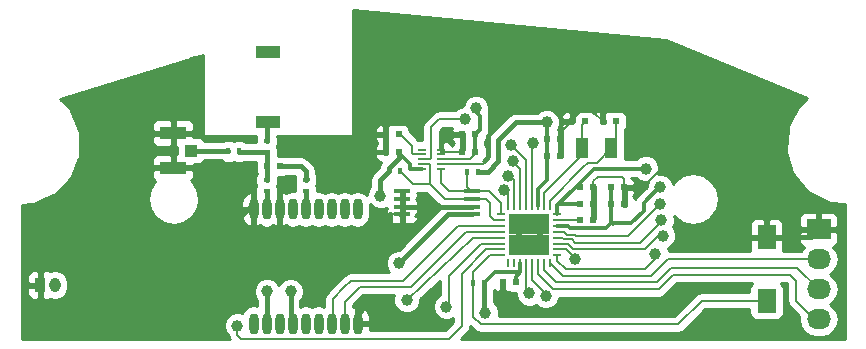
<source format=gbl>
G04 #@! TF.FileFunction,Copper,L2,Bot,Signal*
%FSLAX46Y46*%
G04 Gerber Fmt 4.6, Leading zero omitted, Abs format (unit mm)*
G04 Created by KiCad (PCBNEW 4.0.5+dfsg1-4~bpo8+1) date Wed Apr 18 10:30:05 2018*
%MOMM*%
%LPD*%
G01*
G04 APERTURE LIST*
%ADD10C,0.100000*%
%ADD11C,1.000000*%
%ADD12R,1.450000X0.450000*%
%ADD13O,0.800000X1.800000*%
%ADD14R,0.950000X1.250000*%
%ADD15O,0.950000X1.250000*%
%ADD16R,0.600000X0.500000*%
%ADD17R,0.400000X0.600000*%
%ADD18R,1.600000X2.000000*%
%ADD19R,0.250000X0.700000*%
%ADD20R,0.700000X0.250000*%
%ADD21R,1.725000X1.725000*%
%ADD22R,1.000000X1.800000*%
%ADD23R,2.032000X1.727200*%
%ADD24O,2.032000X1.727200*%
%ADD25R,2.250000X1.100000*%
%ADD26R,1.100000X1.050000*%
%ADD27R,0.600000X0.400000*%
%ADD28R,2.000000X1.000000*%
%ADD29C,0.400000*%
%ADD30C,0.200000*%
%ADD31C,0.300000*%
%ADD32C,0.254000*%
G04 APERTURE END LIST*
D10*
D11*
X146220000Y-123340000D03*
X149710000Y-111090000D03*
X147670000Y-111070000D03*
X143770000Y-111030000D03*
X137010000Y-119500000D03*
X131350000Y-113040000D03*
X131430000Y-111050000D03*
X131390000Y-109260000D03*
X131710000Y-107410000D03*
X133750000Y-107450000D03*
X139350000Y-113230000D03*
X150348000Y-108192000D03*
X150368000Y-106362000D03*
X150368000Y-104362000D03*
X148220000Y-113300000D03*
X137410000Y-114800000D03*
X135636000Y-107442000D03*
X135636000Y-105664000D03*
X135636000Y-103886000D03*
X145710000Y-111100000D03*
X137450000Y-113220000D03*
X152700000Y-102200000D03*
X152700000Y-104100000D03*
X150390000Y-100240000D03*
X129600000Y-106250000D03*
X131826000Y-105410000D03*
X179100000Y-112600000D03*
X179200000Y-118900000D03*
X177500000Y-118900000D03*
X178000000Y-111400000D03*
X182100000Y-107000000D03*
X179600000Y-105200000D03*
X184300000Y-114700000D03*
X184300000Y-112700000D03*
X184300000Y-110700000D03*
X184300000Y-108700000D03*
X175100000Y-124600000D03*
X173000000Y-124600000D03*
X171000000Y-124600000D03*
X177000000Y-123200000D03*
X169000000Y-124600000D03*
X167200000Y-124600000D03*
X179200000Y-126600000D03*
X186000000Y-126600000D03*
X183900000Y-126600000D03*
X181500000Y-126600000D03*
X176920000Y-104020000D03*
X173920000Y-104020000D03*
X170920000Y-104020000D03*
X167920000Y-104020000D03*
X164920000Y-104020000D03*
X161920000Y-104020000D03*
X152700000Y-100300000D03*
X152700000Y-106000000D03*
X152720000Y-107820000D03*
X150368000Y-102362000D03*
X133858000Y-104902000D03*
X127370000Y-106840000D03*
X126470000Y-108450000D03*
X126520000Y-110320000D03*
X126520000Y-112420000D03*
X124920000Y-114720000D03*
X122520000Y-116420000D03*
D12*
X153250000Y-116775000D03*
X153250000Y-116125000D03*
X153250000Y-115475000D03*
X153250000Y-114825000D03*
X159150000Y-114825000D03*
X159150000Y-115475000D03*
X159150000Y-116125000D03*
X159150000Y-116775000D03*
D11*
X164900000Y-119300000D03*
X163200000Y-119300000D03*
X163200000Y-117600000D03*
X164900000Y-117600000D03*
D13*
X140680000Y-116350000D03*
X141780000Y-116350000D03*
X142880000Y-116350000D03*
X143980000Y-116350000D03*
X145080000Y-116350000D03*
X146180000Y-116350000D03*
X147280000Y-116350000D03*
X148380000Y-116350000D03*
X149480000Y-116350000D03*
X149480000Y-126050000D03*
X148380000Y-126050000D03*
X147280000Y-126050000D03*
X146180000Y-126050000D03*
X145080000Y-126050000D03*
X143980000Y-126050000D03*
X142880000Y-126050000D03*
X141780000Y-126050000D03*
X140680000Y-126050000D03*
D11*
X122600000Y-118300000D03*
X122600000Y-120100000D03*
D14*
X122630000Y-122770000D03*
D15*
X123880000Y-122770000D03*
D16*
X165550000Y-111800000D03*
X166650000Y-111800000D03*
X162850000Y-122500000D03*
X161750000Y-122500000D03*
X170950000Y-115900000D03*
X172050000Y-115900000D03*
X170950000Y-114500000D03*
X172050000Y-114500000D03*
X168350000Y-114500000D03*
X169450000Y-114500000D03*
X168350000Y-115900000D03*
X169450000Y-115900000D03*
X168750000Y-108900000D03*
X167650000Y-108900000D03*
X171350000Y-108900000D03*
X170250000Y-108900000D03*
X152950000Y-111500000D03*
X151850000Y-111500000D03*
X159450000Y-111500000D03*
X158350000Y-111500000D03*
X159450000Y-110000000D03*
X158350000Y-110000000D03*
X152950000Y-110000000D03*
X151850000Y-110000000D03*
D17*
X160150000Y-122600000D03*
X159250000Y-122600000D03*
X159650000Y-113200000D03*
X158750000Y-113200000D03*
X152150000Y-113100000D03*
X153050000Y-113100000D03*
D18*
X184100000Y-118700000D03*
X184100000Y-124100000D03*
D19*
X165750000Y-120900000D03*
X165250000Y-120900000D03*
X164750000Y-120900000D03*
X164250000Y-120900000D03*
X163750000Y-120900000D03*
X163250000Y-120900000D03*
X162750000Y-120900000D03*
X162250000Y-120900000D03*
D20*
X161600000Y-120250000D03*
X161600000Y-119750000D03*
X161600000Y-119250000D03*
X161600000Y-118750000D03*
X161600000Y-118250000D03*
X161600000Y-117750000D03*
X161600000Y-117250000D03*
X161600000Y-116750000D03*
D19*
X162250000Y-116100000D03*
X162750000Y-116100000D03*
X163250000Y-116100000D03*
X163750000Y-116100000D03*
X164250000Y-116100000D03*
X164750000Y-116100000D03*
X165250000Y-116100000D03*
X165750000Y-116100000D03*
D20*
X166400000Y-116750000D03*
X166400000Y-117250000D03*
X166400000Y-117750000D03*
X166400000Y-118250000D03*
X166400000Y-118750000D03*
X166400000Y-119250000D03*
X166400000Y-119750000D03*
X166400000Y-120250000D03*
D21*
X163137500Y-117637500D03*
X164862500Y-117637500D03*
X163137500Y-119362500D03*
X164862500Y-119362500D03*
D20*
X154900000Y-112900000D03*
X154900000Y-112500000D03*
X154900000Y-112100000D03*
X154900000Y-111700000D03*
X154900000Y-111300000D03*
X156500000Y-111300000D03*
X156500000Y-111700000D03*
X156500000Y-112100000D03*
X156500000Y-112500000D03*
X156500000Y-112900000D03*
D22*
X170950000Y-111200000D03*
X168450000Y-111200000D03*
D23*
X188520000Y-118040000D03*
D24*
X188520000Y-120580000D03*
X188520000Y-123120000D03*
X188520000Y-125660000D03*
D16*
X165550000Y-110400000D03*
X166650000Y-110400000D03*
X168350000Y-117300000D03*
X169450000Y-117300000D03*
D25*
X133850000Y-109905000D03*
X133850000Y-112855000D03*
D26*
X135400000Y-111380000D03*
D16*
X142890000Y-112700000D03*
X141790000Y-112700000D03*
D27*
X145100000Y-113900000D03*
X145100000Y-114800000D03*
X141780000Y-113890000D03*
X141780000Y-114790000D03*
D28*
X141850000Y-109000000D03*
X141850000Y-103000000D03*
D17*
X138540000Y-111450000D03*
X139440000Y-111450000D03*
D27*
X141790000Y-110580000D03*
X141790000Y-111480000D03*
D11*
X152200000Y-118200000D03*
X138700000Y-122800000D03*
X126400000Y-120600000D03*
X151290000Y-124620000D03*
X156840000Y-110060000D03*
X162000000Y-124200000D03*
X178500000Y-110100000D03*
X173700000Y-107800000D03*
X175100000Y-114500000D03*
X173900000Y-112900000D03*
X160300000Y-125100000D03*
X165500000Y-109000000D03*
X159500000Y-107800000D03*
X143800000Y-123300000D03*
X151400000Y-115200000D03*
X141800000Y-123300000D03*
X153650000Y-124030000D03*
X157000000Y-124600000D03*
X162200000Y-113500000D03*
X139300000Y-126200000D03*
X162600000Y-112300000D03*
X175200000Y-117300000D03*
X162500000Y-110900000D03*
X164300000Y-110700000D03*
X165400000Y-123700000D03*
X174700000Y-120100000D03*
X175300000Y-118600000D03*
X175100000Y-115900000D03*
X164010000Y-123480000D03*
X161900000Y-114700000D03*
X167890000Y-120560000D03*
X158600000Y-108700000D03*
X153000000Y-120900000D03*
D29*
X135400000Y-111380000D02*
X138470000Y-111380000D01*
X138470000Y-111380000D02*
X138540000Y-111450000D01*
X142430000Y-119500000D02*
X150900000Y-119500000D01*
X150900000Y-119500000D02*
X152200000Y-118200000D01*
X137010000Y-119500000D02*
X142430000Y-119500000D01*
X142430000Y-119500000D02*
X142500000Y-119500000D01*
X142880000Y-119120000D02*
X142880000Y-116350000D01*
X142500000Y-119500000D02*
X142880000Y-119120000D01*
X137010000Y-119500000D02*
X137010000Y-121110000D01*
X137010000Y-121110000D02*
X138700000Y-122800000D01*
X151290000Y-124620000D02*
X150040000Y-124620000D01*
X150040000Y-124620000D02*
X149480000Y-125180000D01*
X149480000Y-125180000D02*
X149480000Y-126050000D01*
X140800000Y-115890000D02*
X140620000Y-115890000D01*
X140620000Y-115890000D02*
X138690000Y-117820000D01*
X138690000Y-117820000D02*
X137010000Y-119500000D01*
X151850000Y-111500000D02*
X146970000Y-111500000D01*
X146970000Y-111500000D02*
X146780000Y-111310000D01*
X150040000Y-124620000D02*
X149570000Y-125090000D01*
X149860000Y-124800000D02*
X149570000Y-125090000D01*
X159150000Y-116125000D02*
X153250000Y-116125000D01*
X184100000Y-118700000D02*
X187860000Y-118700000D01*
X187860000Y-118700000D02*
X188520000Y-118040000D01*
D30*
X156500000Y-112500000D02*
X160100000Y-112500000D01*
X161300000Y-107800000D02*
X171000000Y-107800000D01*
X160700000Y-108400000D02*
X161300000Y-107800000D01*
X160700000Y-111900000D02*
X160700000Y-108400000D01*
X160100000Y-112500000D02*
X160700000Y-111900000D01*
X136500000Y-120600000D02*
X126400000Y-120600000D01*
X138700000Y-122800000D02*
X136500000Y-120600000D01*
X125900000Y-120100000D02*
X122600000Y-120100000D01*
X126400000Y-120600000D02*
X125900000Y-120100000D01*
X156900000Y-110000000D02*
X158350000Y-110000000D01*
X156840000Y-110060000D02*
X156900000Y-110000000D01*
X161750000Y-122500000D02*
X161750000Y-123950000D01*
X161750000Y-123950000D02*
X162000000Y-124200000D01*
X164862500Y-119362500D02*
X163137500Y-119362500D01*
X164862500Y-117637500D02*
X164862500Y-119362500D01*
X163137500Y-117637500D02*
X164862500Y-117637500D01*
X178500000Y-110100000D02*
X182100000Y-110100000D01*
X188520000Y-116520000D02*
X188520000Y-118040000D01*
X182100000Y-110100000D02*
X188520000Y-116520000D01*
X176200000Y-107800000D02*
X173700000Y-107800000D01*
X178500000Y-110100000D02*
X176200000Y-107800000D01*
X173700000Y-107800000D02*
X174200000Y-107800000D01*
X173600000Y-114500000D02*
X172050000Y-114500000D01*
X175700000Y-112400000D02*
X173600000Y-114500000D01*
X175700000Y-109300000D02*
X175700000Y-112400000D01*
X174200000Y-107800000D02*
X175700000Y-109300000D01*
X169450000Y-114500000D02*
X169450000Y-113950000D01*
X169450000Y-113950000D02*
X169800000Y-113600000D01*
X169800000Y-113600000D02*
X171900000Y-113600000D01*
X171900000Y-113600000D02*
X172050000Y-113750000D01*
X172050000Y-113750000D02*
X172050000Y-114500000D01*
X172050000Y-115900000D02*
X172050000Y-114500000D01*
X151850000Y-111500000D02*
X151800000Y-111500000D01*
X158350000Y-111500000D02*
X156700000Y-111500000D01*
X156700000Y-111500000D02*
X156500000Y-111300000D01*
X158350000Y-110000000D02*
X158350000Y-111500000D01*
X170800000Y-107800000D02*
X170700000Y-107800000D01*
X170700000Y-107800000D02*
X170250000Y-108250000D01*
X170250000Y-108900000D02*
X170250000Y-108250000D01*
X170800000Y-107800000D02*
X171000000Y-107800000D01*
X171000000Y-107800000D02*
X173700000Y-107800000D01*
X167650000Y-108900000D02*
X167650000Y-108750000D01*
X167650000Y-108750000D02*
X168300000Y-108100000D01*
X169450000Y-108100000D02*
X170250000Y-108900000D01*
X168300000Y-108100000D02*
X169450000Y-108100000D01*
X166650000Y-111800000D02*
X166650000Y-110400000D01*
X166650000Y-110400000D02*
X166650000Y-109900000D01*
X166650000Y-109900000D02*
X167650000Y-108900000D01*
X153250000Y-116775000D02*
X152200000Y-116775000D01*
X142975000Y-116775000D02*
X142970000Y-116770000D01*
X153250000Y-116125000D02*
X153250000Y-116775000D01*
X153250000Y-115475000D02*
X153250000Y-116125000D01*
X153250000Y-114825000D02*
X153250000Y-115475000D01*
X156500000Y-111300000D02*
X156500000Y-111700000D01*
X151850000Y-110000000D02*
X151850000Y-111500000D01*
X169450000Y-115900000D02*
X169450000Y-117400000D01*
X169450000Y-115900000D02*
X169450000Y-114500000D01*
D29*
X152200000Y-118200000D02*
X152200000Y-116775000D01*
X143800000Y-123300000D02*
X143800000Y-125870000D01*
X143800000Y-125870000D02*
X143980000Y-126050000D01*
D31*
X153050000Y-111600000D02*
X152950000Y-111500000D01*
X152950000Y-111500000D02*
X152950000Y-111550000D01*
X152950000Y-111550000D02*
X153900000Y-112500000D01*
X153900000Y-112500000D02*
X153900000Y-112900000D01*
X154900000Y-112900000D02*
X153900000Y-112900000D01*
X167450000Y-117950000D02*
X170550000Y-117950000D01*
X170550000Y-117950000D02*
X170950000Y-117550000D01*
X170950000Y-117550000D02*
X171050000Y-117550000D01*
X171100000Y-117600000D02*
X171100000Y-117550000D01*
X171050000Y-117550000D02*
X171100000Y-117600000D01*
X159450000Y-110000000D02*
X159450000Y-111500000D01*
X159500000Y-107800000D02*
X159500000Y-108080000D01*
X159850000Y-109600000D02*
X159450000Y-110000000D01*
X159850000Y-108430000D02*
X159850000Y-109600000D01*
X159500000Y-108080000D02*
X159850000Y-108430000D01*
D29*
X165500000Y-109000000D02*
X162900000Y-109000000D01*
X160500000Y-113200000D02*
X159650000Y-113200000D01*
X161400000Y-112300000D02*
X160500000Y-113200000D01*
X161400000Y-110500000D02*
X161400000Y-112300000D01*
X162900000Y-109000000D02*
X161400000Y-110500000D01*
D31*
X170950000Y-117550000D02*
X171100000Y-117550000D01*
X171100000Y-117550000D02*
X172650000Y-117550000D01*
D30*
X175000000Y-114500000D02*
X175100000Y-114500000D01*
D31*
X173700000Y-115800000D02*
X175000000Y-114500000D01*
X173700000Y-116500000D02*
X173700000Y-115800000D01*
X172650000Y-117550000D02*
X173700000Y-116500000D01*
X173900000Y-112900000D02*
X169500000Y-112900000D01*
X169500000Y-112900000D02*
X167800000Y-114600000D01*
D30*
X162850000Y-122500000D02*
X162850000Y-122650000D01*
D29*
X160150000Y-124950000D02*
X160150000Y-122600000D01*
D30*
X160300000Y-125100000D02*
X160150000Y-124950000D01*
D31*
X165550000Y-111800000D02*
X165550000Y-113850000D01*
X164750000Y-114650000D02*
X164750000Y-116100000D01*
X165550000Y-113850000D02*
X164750000Y-114650000D01*
X165550000Y-110400000D02*
X165550000Y-111800000D01*
X165550000Y-109050000D02*
X165550000Y-110400000D01*
D30*
X165500000Y-109000000D02*
X165550000Y-109050000D01*
D31*
X162850000Y-122500000D02*
X162850000Y-122050000D01*
X162850000Y-122050000D02*
X163250000Y-121650000D01*
X160150000Y-122600000D02*
X160200000Y-122600000D01*
X160200000Y-122600000D02*
X161100000Y-121700000D01*
X161100000Y-121700000D02*
X163200000Y-121700000D01*
D30*
X163200000Y-121700000D02*
X163250000Y-121650000D01*
D31*
X163250000Y-121650000D02*
X163250000Y-120900000D01*
D30*
X153050000Y-111600000D02*
X152950000Y-111500000D01*
D29*
X152950000Y-111500000D02*
X152950000Y-111750000D01*
D30*
X154100000Y-112900000D02*
X154900000Y-112900000D01*
D29*
X151400000Y-113900000D02*
X152150000Y-113150000D01*
X151400000Y-115200000D02*
X151400000Y-113900000D01*
D30*
X152150000Y-113150000D02*
X152150000Y-113100000D01*
X156500000Y-112100000D02*
X159000000Y-112100000D01*
X159000000Y-112100000D02*
X159450000Y-111650000D01*
X159450000Y-111650000D02*
X159450000Y-111500000D01*
X154900000Y-112900000D02*
X154100000Y-112900000D01*
X152150000Y-113100000D02*
X152150000Y-112850000D01*
D29*
X152150000Y-112850000D02*
X152950000Y-112050000D01*
X152950000Y-112050000D02*
X152950000Y-111500000D01*
D31*
X166400000Y-117750000D02*
X167250000Y-117750000D01*
X170950000Y-117550000D02*
X170950000Y-115900000D01*
X167250000Y-117750000D02*
X167450000Y-117950000D01*
X170950000Y-115900000D02*
X170950000Y-114500000D01*
X168350000Y-115900000D02*
X166500000Y-115900000D01*
D30*
X166500000Y-115900000D02*
X166400000Y-116000000D01*
D31*
X166400000Y-116750000D02*
X166400000Y-116000000D01*
D30*
X167900000Y-114500000D02*
X168350000Y-114500000D01*
D31*
X166400000Y-116000000D02*
X167800000Y-114600000D01*
D30*
X167800000Y-114600000D02*
X167900000Y-114500000D01*
X168450000Y-111200000D02*
X168450000Y-111750000D01*
X168450000Y-111750000D02*
X165250000Y-114950000D01*
X165250000Y-114950000D02*
X165250000Y-116100000D01*
X168450000Y-111200000D02*
X168450000Y-109200000D01*
X168450000Y-109200000D02*
X168750000Y-108900000D01*
X168450000Y-111200000D02*
X168450000Y-111650000D01*
X169000000Y-112400000D02*
X169750000Y-112400000D01*
X169750000Y-112400000D02*
X170950000Y-111200000D01*
X170950000Y-111200000D02*
X170900000Y-111200000D01*
X168600000Y-112800000D02*
X169000000Y-112400000D01*
X165750000Y-116100000D02*
X165750000Y-115650000D01*
X165750000Y-115650000D02*
X168600000Y-112800000D01*
X171350000Y-108900000D02*
X171350000Y-110800000D01*
X171350000Y-110800000D02*
X170950000Y-111200000D01*
D29*
X141800000Y-123300000D02*
X141800000Y-126030000D01*
X141800000Y-126030000D02*
X141780000Y-126050000D01*
D30*
X184100000Y-124100000D02*
X178600000Y-124100000D01*
X176600000Y-126100000D02*
X160600000Y-126100000D01*
X178600000Y-124100000D02*
X176600000Y-126100000D01*
X159250000Y-122600000D02*
X159250000Y-125450000D01*
X159250000Y-125450000D02*
X159900000Y-126100000D01*
X159900000Y-126100000D02*
X160600000Y-126100000D01*
X161600000Y-120250000D02*
X160650000Y-120250000D01*
X159250000Y-121650000D02*
X159250000Y-122600000D01*
X160650000Y-120250000D02*
X159250000Y-121650000D01*
X188520000Y-120580000D02*
X175720000Y-120580000D01*
X166850000Y-122000000D02*
X165750000Y-120900000D01*
X174300000Y-122000000D02*
X166850000Y-122000000D01*
X175720000Y-120580000D02*
X174300000Y-122000000D01*
X165250000Y-120900000D02*
X165250000Y-121450000D01*
X186700000Y-121300000D02*
X188520000Y-123120000D01*
X176000000Y-121300000D02*
X186700000Y-121300000D01*
X174800000Y-122500000D02*
X176000000Y-121300000D01*
X166300000Y-122500000D02*
X174800000Y-122500000D01*
X165250000Y-121450000D02*
X166300000Y-122500000D01*
X188520000Y-125660000D02*
X188160000Y-125660000D01*
X188160000Y-125660000D02*
X186600000Y-124100000D01*
X186600000Y-124100000D02*
X186600000Y-122400000D01*
X186600000Y-122400000D02*
X186100000Y-121900000D01*
X186100000Y-121900000D02*
X176200000Y-121900000D01*
X176200000Y-121900000D02*
X175000000Y-123100000D01*
X175000000Y-123100000D02*
X166000000Y-123100000D01*
X166000000Y-123100000D02*
X164750000Y-121850000D01*
X164750000Y-121850000D02*
X164750000Y-120900000D01*
X161600000Y-118750000D02*
X159290000Y-118750000D01*
X159290000Y-118750000D02*
X153650000Y-124030000D01*
X157200000Y-122000000D02*
X157200000Y-124400000D01*
X157200000Y-124400000D02*
X157000000Y-124600000D01*
X161600000Y-119250000D02*
X159950000Y-119250000D01*
X159950000Y-119250000D02*
X157200000Y-122000000D01*
X162400000Y-113500000D02*
X162750000Y-113850000D01*
X162750000Y-113850000D02*
X162750000Y-116100000D01*
X162200000Y-113500000D02*
X162400000Y-113500000D01*
X139300000Y-126200000D02*
X139300000Y-127010000D01*
X158300000Y-126220000D02*
X158300000Y-125110000D01*
X157190000Y-127330000D02*
X158300000Y-126220000D01*
X139620000Y-127330000D02*
X157190000Y-127330000D01*
X139300000Y-127010000D02*
X139620000Y-127330000D01*
X158300000Y-124400000D02*
X158300000Y-125110000D01*
X161600000Y-119750000D02*
X160350000Y-119750000D01*
X158300000Y-121800000D02*
X158300000Y-124400000D01*
X160350000Y-119750000D02*
X158300000Y-121800000D01*
X163250000Y-116100000D02*
X163250000Y-112950000D01*
X163250000Y-112950000D02*
X162600000Y-112300000D01*
X167600000Y-118900000D02*
X167900000Y-119200000D01*
X175200000Y-117400000D02*
X175200000Y-117300000D01*
X173400000Y-119200000D02*
X175200000Y-117400000D01*
X167900000Y-119200000D02*
X173400000Y-119200000D01*
X166400000Y-118750000D02*
X166800002Y-118750000D01*
X166950002Y-118900000D02*
X167600000Y-118900000D01*
X166800002Y-118750000D02*
X166950002Y-118900000D01*
X163750000Y-116100000D02*
X163750000Y-112150000D01*
X163750000Y-112150000D02*
X162500000Y-110900000D01*
X164250000Y-116100000D02*
X164250000Y-110750000D01*
X164250000Y-110750000D02*
X164300000Y-110700000D01*
X164250000Y-120900000D02*
X164250000Y-122350000D01*
X165400000Y-123500000D02*
X165400000Y-123700000D01*
X164250000Y-122350000D02*
X165400000Y-123500000D01*
X148365000Y-122935000D02*
X147370000Y-123930000D01*
X147370000Y-123930000D02*
X147370000Y-125960000D01*
X147370000Y-125960000D02*
X147280000Y-126050000D01*
X147370000Y-124290000D02*
X147370000Y-125560000D01*
X147370000Y-125560000D02*
X147400000Y-125590000D01*
X158200000Y-117750000D02*
X157950000Y-117750000D01*
X147370000Y-123930000D02*
X147370000Y-124290000D01*
X147370000Y-124290000D02*
X147370000Y-125090000D01*
X148900000Y-122400000D02*
X148365000Y-122935000D01*
X153300000Y-122400000D02*
X148900000Y-122400000D01*
X157950000Y-117750000D02*
X153300000Y-122400000D01*
X161600000Y-117750000D02*
X158200000Y-117750000D01*
X154430000Y-122470000D02*
X154000000Y-122900000D01*
X154000000Y-122900000D02*
X149640000Y-122900000D01*
X149640000Y-122900000D02*
X148380000Y-124160000D01*
X148380000Y-126050000D02*
X148380000Y-124160000D01*
X148380000Y-124160000D02*
X149640000Y-122900000D01*
X158650000Y-118250000D02*
X154430000Y-122470000D01*
X161600000Y-118250000D02*
X158650000Y-118250000D01*
X166400000Y-120250000D02*
X166400000Y-120690000D01*
X174700000Y-120520000D02*
X174700000Y-120100000D01*
X173840000Y-121380000D02*
X174700000Y-120520000D01*
X167090000Y-121380000D02*
X173840000Y-121380000D01*
X166400000Y-120690000D02*
X167090000Y-121380000D01*
X166400000Y-120250000D02*
X166650000Y-120250000D01*
X166400000Y-119250000D02*
X167250000Y-119250000D01*
X174900000Y-118600000D02*
X175300000Y-118600000D01*
X173800000Y-119700000D02*
X174900000Y-118600000D01*
X167700000Y-119700000D02*
X173800000Y-119700000D01*
X167250000Y-119250000D02*
X167700000Y-119700000D01*
X166400000Y-118250000D02*
X166950000Y-118250000D01*
X172400000Y-118600000D02*
X175100000Y-115900000D01*
X168000000Y-118600000D02*
X172400000Y-118600000D01*
X167900000Y-118500000D02*
X168000000Y-118600000D01*
X167200000Y-118500000D02*
X167900000Y-118500000D01*
X166950000Y-118250000D02*
X167200000Y-118500000D01*
X163750000Y-120900000D02*
X163750000Y-123220000D01*
X163750000Y-123220000D02*
X164010000Y-123480000D01*
X162250000Y-116100000D02*
X162250000Y-115050000D01*
X162250000Y-115050000D02*
X161900000Y-114700000D01*
X152950000Y-110000000D02*
X153100000Y-110000000D01*
X153100000Y-110000000D02*
X154100000Y-111000000D01*
X154100000Y-111000000D02*
X154100000Y-111600000D01*
X154100000Y-111600000D02*
X154200000Y-111700000D01*
X154200000Y-111700000D02*
X154900000Y-111700000D01*
X158750000Y-113200000D02*
X158750000Y-114425000D01*
X158750000Y-114425000D02*
X159150000Y-114825000D01*
X159150000Y-114825000D02*
X160625000Y-114825000D01*
X161600000Y-115800000D02*
X161600000Y-116750000D01*
X160625000Y-114825000D02*
X161600000Y-115800000D01*
X159150000Y-114825000D02*
X157225000Y-114825000D01*
X156500000Y-114100000D02*
X156500000Y-112900000D01*
X157225000Y-114825000D02*
X156500000Y-114100000D01*
X161600000Y-117250000D02*
X161050000Y-117250000D01*
X160375000Y-115475000D02*
X159150000Y-115475000D01*
X160700000Y-115800000D02*
X160375000Y-115475000D01*
X160700000Y-116900000D02*
X160700000Y-115800000D01*
X161050000Y-117250000D02*
X160700000Y-116900000D01*
X153050000Y-113100000D02*
X153100000Y-113100000D01*
X153100000Y-113100000D02*
X154200000Y-114200000D01*
X154200000Y-114200000D02*
X155600000Y-114200000D01*
X154900000Y-112500000D02*
X155500000Y-112500000D01*
X156875000Y-115475000D02*
X159150000Y-115475000D01*
X155600000Y-114200000D02*
X156875000Y-115475000D01*
X155600000Y-112600000D02*
X155600000Y-114200000D01*
X155500000Y-112500000D02*
X155600000Y-112600000D01*
X166400000Y-119750000D02*
X167150000Y-119750000D01*
X167890000Y-120490000D02*
X167890000Y-120560000D01*
X167150000Y-119750000D02*
X167890000Y-120490000D01*
X158600000Y-108700000D02*
X156400000Y-108700000D01*
X155700000Y-109400000D02*
X155700000Y-111600000D01*
X156400000Y-108700000D02*
X155700000Y-109400000D01*
X154900000Y-112100000D02*
X155600000Y-112100000D01*
X155700000Y-112000000D02*
X155700000Y-111600000D01*
X155600000Y-112100000D02*
X155700000Y-112000000D01*
X166400000Y-117250000D02*
X168300000Y-117250000D01*
X168300000Y-117250000D02*
X168350000Y-117300000D01*
D29*
X157125000Y-116775000D02*
X159150000Y-116775000D01*
X153000000Y-120900000D02*
X157125000Y-116775000D01*
X141790000Y-111480000D02*
X139470000Y-111480000D01*
X139470000Y-111480000D02*
X139440000Y-111450000D01*
X141790000Y-112700000D02*
X141790000Y-111480000D01*
X139460000Y-111530000D02*
X139450000Y-111520000D01*
X141790000Y-112700000D02*
X141790000Y-111530000D01*
X141780000Y-113890000D02*
X141780000Y-112710000D01*
X141780000Y-112710000D02*
X141790000Y-112700000D01*
X141720000Y-111600000D02*
X141790000Y-111530000D01*
X141780000Y-112770000D02*
X141720000Y-112710000D01*
X145100000Y-114800000D02*
X145100000Y-116330000D01*
X145100000Y-116330000D02*
X145080000Y-116350000D01*
X141780000Y-116350000D02*
X141780000Y-114790000D01*
X141860000Y-115850000D02*
X141900000Y-115890000D01*
X141790000Y-110580000D02*
X141790000Y-109060000D01*
X141790000Y-109060000D02*
X141850000Y-109000000D01*
X141860000Y-109010000D02*
X141850000Y-109000000D01*
X141860000Y-109010000D02*
X141850000Y-109000000D01*
X142890000Y-112700000D02*
X144680000Y-112700000D01*
X145100000Y-113120000D02*
X145100000Y-113900000D01*
X144680000Y-112700000D02*
X145100000Y-113120000D01*
X145200000Y-113800000D02*
X145180000Y-113780000D01*
X145170000Y-113790000D02*
X145180000Y-113780000D01*
D32*
G36*
X175583727Y-101979897D02*
X187550529Y-106936709D01*
X186914126Y-107515412D01*
X186842190Y-107612739D01*
X186766659Y-107707285D01*
X185959433Y-109266537D01*
X185887713Y-109514683D01*
X185885222Y-109523302D01*
X185736143Y-111272773D01*
X185765840Y-111538392D01*
X186297603Y-113211744D01*
X186426687Y-113445779D01*
X187558335Y-114788258D01*
X187742020Y-114934999D01*
X187767155Y-114955079D01*
X189326407Y-115762305D01*
X189583171Y-115836516D01*
X190705804Y-115932180D01*
X190705804Y-127349399D01*
X158210047Y-127349399D01*
X158819723Y-126739724D01*
X158979051Y-126501272D01*
X159000190Y-126394999D01*
X159025967Y-126265413D01*
X159380277Y-126619724D01*
X159559871Y-126739724D01*
X159618728Y-126779051D01*
X159900000Y-126835000D01*
X176600000Y-126835000D01*
X176881272Y-126779051D01*
X177119723Y-126619723D01*
X178904447Y-124835000D01*
X182652560Y-124835000D01*
X182652560Y-125100000D01*
X182696838Y-125335317D01*
X182835910Y-125551441D01*
X183048110Y-125696431D01*
X183300000Y-125747440D01*
X184900000Y-125747440D01*
X185135317Y-125703162D01*
X185351441Y-125564090D01*
X185496431Y-125351890D01*
X185547440Y-125100000D01*
X185547440Y-123100000D01*
X185503162Y-122864683D01*
X185364090Y-122648559D01*
X185344246Y-122635000D01*
X185795554Y-122635000D01*
X185865000Y-122704447D01*
X185865000Y-124100000D01*
X185902544Y-124288745D01*
X185920949Y-124381272D01*
X186080277Y-124619723D01*
X186883757Y-125423203D01*
X186836655Y-125660000D01*
X186950729Y-126233489D01*
X187275585Y-126719670D01*
X187761766Y-127044526D01*
X188335255Y-127158600D01*
X188704745Y-127158600D01*
X189278234Y-127044526D01*
X189764415Y-126719670D01*
X190089271Y-126233489D01*
X190203345Y-125660000D01*
X190089271Y-125086511D01*
X189764415Y-124600330D01*
X189449634Y-124390000D01*
X189764415Y-124179670D01*
X190089271Y-123693489D01*
X190203345Y-123120000D01*
X190089271Y-122546511D01*
X189764415Y-122060330D01*
X189449634Y-121850000D01*
X189764415Y-121639670D01*
X190089271Y-121153489D01*
X190203345Y-120580000D01*
X190089271Y-120006511D01*
X189764415Y-119520330D01*
X189742220Y-119505500D01*
X189895698Y-119441927D01*
X190074327Y-119263299D01*
X190171000Y-119029910D01*
X190171000Y-118325750D01*
X190012250Y-118167000D01*
X188647000Y-118167000D01*
X188647000Y-118187000D01*
X188393000Y-118187000D01*
X188393000Y-118167000D01*
X187027750Y-118167000D01*
X186869000Y-118325750D01*
X186869000Y-119029910D01*
X186965673Y-119263299D01*
X187144302Y-119441927D01*
X187297780Y-119505500D01*
X187275585Y-119520330D01*
X187058647Y-119845000D01*
X185527258Y-119845000D01*
X185535000Y-119826309D01*
X185535000Y-118985750D01*
X185376250Y-118827000D01*
X184227000Y-118827000D01*
X184227000Y-118847000D01*
X183973000Y-118847000D01*
X183973000Y-118827000D01*
X182823750Y-118827000D01*
X182665000Y-118985750D01*
X182665000Y-119826309D01*
X182672742Y-119845000D01*
X175822708Y-119845000D01*
X175740507Y-119646058D01*
X175942086Y-119562767D01*
X176261645Y-119243765D01*
X176434803Y-118826756D01*
X176435197Y-118375225D01*
X176262767Y-117957914D01*
X176187202Y-117882217D01*
X176334803Y-117526756D01*
X176335197Y-117075225D01*
X176276434Y-116933009D01*
X176345776Y-117036786D01*
X177054641Y-117510435D01*
X177890804Y-117676758D01*
X178408957Y-117573691D01*
X182665000Y-117573691D01*
X182665000Y-118414250D01*
X182823750Y-118573000D01*
X183973000Y-118573000D01*
X183973000Y-117223750D01*
X184227000Y-117223750D01*
X184227000Y-118573000D01*
X185376250Y-118573000D01*
X185535000Y-118414250D01*
X185535000Y-117573691D01*
X185438327Y-117340302D01*
X185259699Y-117161673D01*
X185026310Y-117065000D01*
X184385750Y-117065000D01*
X184227000Y-117223750D01*
X183973000Y-117223750D01*
X183814250Y-117065000D01*
X183173690Y-117065000D01*
X182940301Y-117161673D01*
X182761673Y-117340302D01*
X182665000Y-117573691D01*
X178408957Y-117573691D01*
X178726967Y-117510435D01*
X179415921Y-117050090D01*
X186869000Y-117050090D01*
X186869000Y-117754250D01*
X187027750Y-117913000D01*
X188393000Y-117913000D01*
X188393000Y-116700150D01*
X188647000Y-116700150D01*
X188647000Y-117913000D01*
X190012250Y-117913000D01*
X190171000Y-117754250D01*
X190171000Y-117050090D01*
X190074327Y-116816701D01*
X189895698Y-116638073D01*
X189662309Y-116541400D01*
X188805750Y-116541400D01*
X188647000Y-116700150D01*
X188393000Y-116700150D01*
X188234250Y-116541400D01*
X187377691Y-116541400D01*
X187144302Y-116638073D01*
X186965673Y-116816701D01*
X186869000Y-117050090D01*
X179415921Y-117050090D01*
X179435832Y-117036786D01*
X179909481Y-116327921D01*
X180075804Y-115491758D01*
X179909481Y-114655595D01*
X179435832Y-113946730D01*
X178726967Y-113473081D01*
X177890804Y-113306758D01*
X177054641Y-113473081D01*
X176345776Y-113946730D01*
X176193581Y-114174506D01*
X176062767Y-113857914D01*
X175743765Y-113538355D01*
X175326756Y-113365197D01*
X174935935Y-113364856D01*
X175034803Y-113126756D01*
X175035197Y-112675225D01*
X174862767Y-112257914D01*
X174543765Y-111938355D01*
X174126756Y-111765197D01*
X173675225Y-111764803D01*
X173257914Y-111937233D01*
X173079837Y-112115000D01*
X172094402Y-112115000D01*
X172097440Y-112100000D01*
X172097440Y-110300000D01*
X172085000Y-110233887D01*
X172085000Y-109624669D01*
X172101441Y-109614090D01*
X172246431Y-109401890D01*
X172297440Y-109150000D01*
X172297440Y-108650000D01*
X172253162Y-108414683D01*
X172114090Y-108198559D01*
X171901890Y-108053569D01*
X171650000Y-108002560D01*
X171050000Y-108002560D01*
X170814683Y-108046838D01*
X170790594Y-108062339D01*
X170676309Y-108015000D01*
X170535750Y-108015000D01*
X170377000Y-108173750D01*
X170377000Y-108775000D01*
X170397000Y-108775000D01*
X170397000Y-109025000D01*
X170377000Y-109025000D01*
X170377000Y-109047000D01*
X170123000Y-109047000D01*
X170123000Y-109025000D01*
X170103000Y-109025000D01*
X170103000Y-108775000D01*
X170123000Y-108775000D01*
X170123000Y-108173750D01*
X169964250Y-108015000D01*
X169823691Y-108015000D01*
X169590302Y-108111673D01*
X169507748Y-108194226D01*
X169301890Y-108053569D01*
X169050000Y-108002560D01*
X168450000Y-108002560D01*
X168214683Y-108046838D01*
X168190594Y-108062339D01*
X168076309Y-108015000D01*
X167935750Y-108015000D01*
X167777000Y-108173750D01*
X167777000Y-108775000D01*
X167797000Y-108775000D01*
X167797000Y-108879740D01*
X167770949Y-108918728D01*
X167745434Y-109047000D01*
X167523000Y-109047000D01*
X167523000Y-109025000D01*
X166873750Y-109025000D01*
X166715000Y-109183750D01*
X166715000Y-109276310D01*
X166811673Y-109509699D01*
X166876362Y-109574388D01*
X166777000Y-109673750D01*
X166777000Y-110275000D01*
X166797000Y-110275000D01*
X166797000Y-110525000D01*
X166777000Y-110525000D01*
X166777000Y-111675000D01*
X166797000Y-111675000D01*
X166797000Y-111925000D01*
X166777000Y-111925000D01*
X166777000Y-111947000D01*
X166523000Y-111947000D01*
X166523000Y-111925000D01*
X166503000Y-111925000D01*
X166503000Y-111675000D01*
X166523000Y-111675000D01*
X166523000Y-110525000D01*
X166503000Y-110525000D01*
X166503000Y-110275000D01*
X166523000Y-110275000D01*
X166523000Y-109673750D01*
X166470849Y-109621599D01*
X166634803Y-109226756D01*
X166635197Y-108775225D01*
X166531265Y-108523690D01*
X166715000Y-108523690D01*
X166715000Y-108616250D01*
X166873750Y-108775000D01*
X167523000Y-108775000D01*
X167523000Y-108173750D01*
X167364250Y-108015000D01*
X167223691Y-108015000D01*
X166990302Y-108111673D01*
X166811673Y-108290301D01*
X166715000Y-108523690D01*
X166531265Y-108523690D01*
X166462767Y-108357914D01*
X166143765Y-108038355D01*
X165726756Y-107865197D01*
X165275225Y-107864803D01*
X164857914Y-108037233D01*
X164729924Y-108165000D01*
X162900000Y-108165000D01*
X162580459Y-108228561D01*
X162386869Y-108357914D01*
X162309566Y-108409566D01*
X160809566Y-109909566D01*
X160628561Y-110180459D01*
X160565000Y-110500000D01*
X160565000Y-111954132D01*
X160169421Y-112349711D01*
X160101890Y-112303569D01*
X160071843Y-112297484D01*
X160201441Y-112214090D01*
X160346431Y-112001890D01*
X160397440Y-111750000D01*
X160397440Y-111250000D01*
X160353162Y-111014683D01*
X160235000Y-110831054D01*
X160235000Y-110664975D01*
X160346431Y-110501890D01*
X160397440Y-110250000D01*
X160397440Y-110162718D01*
X160405079Y-110155079D01*
X160430526Y-110116994D01*
X160575245Y-109900406D01*
X160635000Y-109600000D01*
X160635000Y-108430000D01*
X160580704Y-108157040D01*
X160634803Y-108026756D01*
X160635197Y-107575225D01*
X160462767Y-107157914D01*
X160143765Y-106838355D01*
X159726756Y-106665197D01*
X159275225Y-106664803D01*
X158857914Y-106837233D01*
X158538355Y-107156235D01*
X158367351Y-107568056D01*
X157957914Y-107737233D01*
X157729749Y-107965000D01*
X156400000Y-107965000D01*
X156165394Y-108011667D01*
X156118727Y-108020949D01*
X155880276Y-108180277D01*
X155180277Y-108880277D01*
X155020949Y-109118728D01*
X154965000Y-109400000D01*
X154965000Y-110527560D01*
X154651317Y-110527560D01*
X154619724Y-110480277D01*
X153897440Y-109757994D01*
X153897440Y-109750000D01*
X153853162Y-109514683D01*
X153714090Y-109298559D01*
X153501890Y-109153569D01*
X153250000Y-109102560D01*
X152650000Y-109102560D01*
X152414683Y-109146838D01*
X152390594Y-109162339D01*
X152276309Y-109115000D01*
X152135750Y-109115000D01*
X151977000Y-109273750D01*
X151977000Y-109875000D01*
X151997000Y-109875000D01*
X151997000Y-110125000D01*
X151977000Y-110125000D01*
X151977000Y-110726250D01*
X152000750Y-110750000D01*
X151977000Y-110773750D01*
X151977000Y-111375000D01*
X151997000Y-111375000D01*
X151997000Y-111625000D01*
X151977000Y-111625000D01*
X151977000Y-111647000D01*
X151723000Y-111647000D01*
X151723000Y-111625000D01*
X151073750Y-111625000D01*
X150915000Y-111783750D01*
X150915000Y-111876310D01*
X151011673Y-112109699D01*
X151190302Y-112288327D01*
X151423691Y-112385000D01*
X151465017Y-112385000D01*
X151353569Y-112548110D01*
X151302560Y-112800000D01*
X151302560Y-112816572D01*
X150809566Y-113309566D01*
X150628561Y-113580459D01*
X150565000Y-113900000D01*
X150565000Y-114429811D01*
X150438355Y-114556235D01*
X150265197Y-114973244D01*
X150265027Y-115167649D01*
X150211856Y-115088072D01*
X149876077Y-114863713D01*
X149480000Y-114784928D01*
X149083923Y-114863713D01*
X148930000Y-114966560D01*
X148776077Y-114863713D01*
X148380000Y-114784928D01*
X147983923Y-114863713D01*
X147830000Y-114966560D01*
X147676077Y-114863713D01*
X147280000Y-114784928D01*
X146883923Y-114863713D01*
X146730000Y-114966560D01*
X146576077Y-114863713D01*
X146180000Y-114784928D01*
X146047440Y-114811296D01*
X146047440Y-114600000D01*
X146003162Y-114364683D01*
X145995658Y-114353021D01*
X145996431Y-114351890D01*
X146047440Y-114100000D01*
X146047440Y-113700000D01*
X146003162Y-113464683D01*
X145935000Y-113358756D01*
X145935000Y-113120000D01*
X145928404Y-113086838D01*
X145871440Y-112800460D01*
X145690434Y-112529566D01*
X145270434Y-112109566D01*
X145203736Y-112065000D01*
X144999541Y-111928561D01*
X144680000Y-111865000D01*
X143458620Y-111865000D01*
X143441890Y-111853569D01*
X143190000Y-111802560D01*
X142712621Y-111802560D01*
X142737440Y-111680000D01*
X142737440Y-111280000D01*
X142693162Y-111044683D01*
X142685658Y-111033021D01*
X142686431Y-111031890D01*
X142737440Y-110780000D01*
X142737440Y-110380000D01*
X142719330Y-110283750D01*
X150915000Y-110283750D01*
X150915000Y-110376310D01*
X151011673Y-110609699D01*
X151151975Y-110750000D01*
X151011673Y-110890301D01*
X150915000Y-111123690D01*
X150915000Y-111216250D01*
X151073750Y-111375000D01*
X151723000Y-111375000D01*
X151723000Y-110773750D01*
X151699250Y-110750000D01*
X151723000Y-110726250D01*
X151723000Y-110125000D01*
X151073750Y-110125000D01*
X150915000Y-110283750D01*
X142719330Y-110283750D01*
X142693681Y-110147440D01*
X142850000Y-110147440D01*
X142958629Y-110127000D01*
X149000000Y-110127000D01*
X149046159Y-110118315D01*
X149088553Y-110091035D01*
X149116994Y-110049410D01*
X149127000Y-110000000D01*
X149127000Y-109623690D01*
X150915000Y-109623690D01*
X150915000Y-109716250D01*
X151073750Y-109875000D01*
X151723000Y-109875000D01*
X151723000Y-109273750D01*
X151564250Y-109115000D01*
X151423691Y-109115000D01*
X151190302Y-109211673D01*
X151011673Y-109390301D01*
X150915000Y-109623690D01*
X149127000Y-109623690D01*
X149127000Y-99455383D01*
X175583727Y-101979897D01*
X175583727Y-101979897D01*
G37*
X175583727Y-101979897D02*
X187550529Y-106936709D01*
X186914126Y-107515412D01*
X186842190Y-107612739D01*
X186766659Y-107707285D01*
X185959433Y-109266537D01*
X185887713Y-109514683D01*
X185885222Y-109523302D01*
X185736143Y-111272773D01*
X185765840Y-111538392D01*
X186297603Y-113211744D01*
X186426687Y-113445779D01*
X187558335Y-114788258D01*
X187742020Y-114934999D01*
X187767155Y-114955079D01*
X189326407Y-115762305D01*
X189583171Y-115836516D01*
X190705804Y-115932180D01*
X190705804Y-127349399D01*
X158210047Y-127349399D01*
X158819723Y-126739724D01*
X158979051Y-126501272D01*
X159000190Y-126394999D01*
X159025967Y-126265413D01*
X159380277Y-126619724D01*
X159559871Y-126739724D01*
X159618728Y-126779051D01*
X159900000Y-126835000D01*
X176600000Y-126835000D01*
X176881272Y-126779051D01*
X177119723Y-126619723D01*
X178904447Y-124835000D01*
X182652560Y-124835000D01*
X182652560Y-125100000D01*
X182696838Y-125335317D01*
X182835910Y-125551441D01*
X183048110Y-125696431D01*
X183300000Y-125747440D01*
X184900000Y-125747440D01*
X185135317Y-125703162D01*
X185351441Y-125564090D01*
X185496431Y-125351890D01*
X185547440Y-125100000D01*
X185547440Y-123100000D01*
X185503162Y-122864683D01*
X185364090Y-122648559D01*
X185344246Y-122635000D01*
X185795554Y-122635000D01*
X185865000Y-122704447D01*
X185865000Y-124100000D01*
X185902544Y-124288745D01*
X185920949Y-124381272D01*
X186080277Y-124619723D01*
X186883757Y-125423203D01*
X186836655Y-125660000D01*
X186950729Y-126233489D01*
X187275585Y-126719670D01*
X187761766Y-127044526D01*
X188335255Y-127158600D01*
X188704745Y-127158600D01*
X189278234Y-127044526D01*
X189764415Y-126719670D01*
X190089271Y-126233489D01*
X190203345Y-125660000D01*
X190089271Y-125086511D01*
X189764415Y-124600330D01*
X189449634Y-124390000D01*
X189764415Y-124179670D01*
X190089271Y-123693489D01*
X190203345Y-123120000D01*
X190089271Y-122546511D01*
X189764415Y-122060330D01*
X189449634Y-121850000D01*
X189764415Y-121639670D01*
X190089271Y-121153489D01*
X190203345Y-120580000D01*
X190089271Y-120006511D01*
X189764415Y-119520330D01*
X189742220Y-119505500D01*
X189895698Y-119441927D01*
X190074327Y-119263299D01*
X190171000Y-119029910D01*
X190171000Y-118325750D01*
X190012250Y-118167000D01*
X188647000Y-118167000D01*
X188647000Y-118187000D01*
X188393000Y-118187000D01*
X188393000Y-118167000D01*
X187027750Y-118167000D01*
X186869000Y-118325750D01*
X186869000Y-119029910D01*
X186965673Y-119263299D01*
X187144302Y-119441927D01*
X187297780Y-119505500D01*
X187275585Y-119520330D01*
X187058647Y-119845000D01*
X185527258Y-119845000D01*
X185535000Y-119826309D01*
X185535000Y-118985750D01*
X185376250Y-118827000D01*
X184227000Y-118827000D01*
X184227000Y-118847000D01*
X183973000Y-118847000D01*
X183973000Y-118827000D01*
X182823750Y-118827000D01*
X182665000Y-118985750D01*
X182665000Y-119826309D01*
X182672742Y-119845000D01*
X175822708Y-119845000D01*
X175740507Y-119646058D01*
X175942086Y-119562767D01*
X176261645Y-119243765D01*
X176434803Y-118826756D01*
X176435197Y-118375225D01*
X176262767Y-117957914D01*
X176187202Y-117882217D01*
X176334803Y-117526756D01*
X176335197Y-117075225D01*
X176276434Y-116933009D01*
X176345776Y-117036786D01*
X177054641Y-117510435D01*
X177890804Y-117676758D01*
X178408957Y-117573691D01*
X182665000Y-117573691D01*
X182665000Y-118414250D01*
X182823750Y-118573000D01*
X183973000Y-118573000D01*
X183973000Y-117223750D01*
X184227000Y-117223750D01*
X184227000Y-118573000D01*
X185376250Y-118573000D01*
X185535000Y-118414250D01*
X185535000Y-117573691D01*
X185438327Y-117340302D01*
X185259699Y-117161673D01*
X185026310Y-117065000D01*
X184385750Y-117065000D01*
X184227000Y-117223750D01*
X183973000Y-117223750D01*
X183814250Y-117065000D01*
X183173690Y-117065000D01*
X182940301Y-117161673D01*
X182761673Y-117340302D01*
X182665000Y-117573691D01*
X178408957Y-117573691D01*
X178726967Y-117510435D01*
X179415921Y-117050090D01*
X186869000Y-117050090D01*
X186869000Y-117754250D01*
X187027750Y-117913000D01*
X188393000Y-117913000D01*
X188393000Y-116700150D01*
X188647000Y-116700150D01*
X188647000Y-117913000D01*
X190012250Y-117913000D01*
X190171000Y-117754250D01*
X190171000Y-117050090D01*
X190074327Y-116816701D01*
X189895698Y-116638073D01*
X189662309Y-116541400D01*
X188805750Y-116541400D01*
X188647000Y-116700150D01*
X188393000Y-116700150D01*
X188234250Y-116541400D01*
X187377691Y-116541400D01*
X187144302Y-116638073D01*
X186965673Y-116816701D01*
X186869000Y-117050090D01*
X179415921Y-117050090D01*
X179435832Y-117036786D01*
X179909481Y-116327921D01*
X180075804Y-115491758D01*
X179909481Y-114655595D01*
X179435832Y-113946730D01*
X178726967Y-113473081D01*
X177890804Y-113306758D01*
X177054641Y-113473081D01*
X176345776Y-113946730D01*
X176193581Y-114174506D01*
X176062767Y-113857914D01*
X175743765Y-113538355D01*
X175326756Y-113365197D01*
X174935935Y-113364856D01*
X175034803Y-113126756D01*
X175035197Y-112675225D01*
X174862767Y-112257914D01*
X174543765Y-111938355D01*
X174126756Y-111765197D01*
X173675225Y-111764803D01*
X173257914Y-111937233D01*
X173079837Y-112115000D01*
X172094402Y-112115000D01*
X172097440Y-112100000D01*
X172097440Y-110300000D01*
X172085000Y-110233887D01*
X172085000Y-109624669D01*
X172101441Y-109614090D01*
X172246431Y-109401890D01*
X172297440Y-109150000D01*
X172297440Y-108650000D01*
X172253162Y-108414683D01*
X172114090Y-108198559D01*
X171901890Y-108053569D01*
X171650000Y-108002560D01*
X171050000Y-108002560D01*
X170814683Y-108046838D01*
X170790594Y-108062339D01*
X170676309Y-108015000D01*
X170535750Y-108015000D01*
X170377000Y-108173750D01*
X170377000Y-108775000D01*
X170397000Y-108775000D01*
X170397000Y-109025000D01*
X170377000Y-109025000D01*
X170377000Y-109047000D01*
X170123000Y-109047000D01*
X170123000Y-109025000D01*
X170103000Y-109025000D01*
X170103000Y-108775000D01*
X170123000Y-108775000D01*
X170123000Y-108173750D01*
X169964250Y-108015000D01*
X169823691Y-108015000D01*
X169590302Y-108111673D01*
X169507748Y-108194226D01*
X169301890Y-108053569D01*
X169050000Y-108002560D01*
X168450000Y-108002560D01*
X168214683Y-108046838D01*
X168190594Y-108062339D01*
X168076309Y-108015000D01*
X167935750Y-108015000D01*
X167777000Y-108173750D01*
X167777000Y-108775000D01*
X167797000Y-108775000D01*
X167797000Y-108879740D01*
X167770949Y-108918728D01*
X167745434Y-109047000D01*
X167523000Y-109047000D01*
X167523000Y-109025000D01*
X166873750Y-109025000D01*
X166715000Y-109183750D01*
X166715000Y-109276310D01*
X166811673Y-109509699D01*
X166876362Y-109574388D01*
X166777000Y-109673750D01*
X166777000Y-110275000D01*
X166797000Y-110275000D01*
X166797000Y-110525000D01*
X166777000Y-110525000D01*
X166777000Y-111675000D01*
X166797000Y-111675000D01*
X166797000Y-111925000D01*
X166777000Y-111925000D01*
X166777000Y-111947000D01*
X166523000Y-111947000D01*
X166523000Y-111925000D01*
X166503000Y-111925000D01*
X166503000Y-111675000D01*
X166523000Y-111675000D01*
X166523000Y-110525000D01*
X166503000Y-110525000D01*
X166503000Y-110275000D01*
X166523000Y-110275000D01*
X166523000Y-109673750D01*
X166470849Y-109621599D01*
X166634803Y-109226756D01*
X166635197Y-108775225D01*
X166531265Y-108523690D01*
X166715000Y-108523690D01*
X166715000Y-108616250D01*
X166873750Y-108775000D01*
X167523000Y-108775000D01*
X167523000Y-108173750D01*
X167364250Y-108015000D01*
X167223691Y-108015000D01*
X166990302Y-108111673D01*
X166811673Y-108290301D01*
X166715000Y-108523690D01*
X166531265Y-108523690D01*
X166462767Y-108357914D01*
X166143765Y-108038355D01*
X165726756Y-107865197D01*
X165275225Y-107864803D01*
X164857914Y-108037233D01*
X164729924Y-108165000D01*
X162900000Y-108165000D01*
X162580459Y-108228561D01*
X162386869Y-108357914D01*
X162309566Y-108409566D01*
X160809566Y-109909566D01*
X160628561Y-110180459D01*
X160565000Y-110500000D01*
X160565000Y-111954132D01*
X160169421Y-112349711D01*
X160101890Y-112303569D01*
X160071843Y-112297484D01*
X160201441Y-112214090D01*
X160346431Y-112001890D01*
X160397440Y-111750000D01*
X160397440Y-111250000D01*
X160353162Y-111014683D01*
X160235000Y-110831054D01*
X160235000Y-110664975D01*
X160346431Y-110501890D01*
X160397440Y-110250000D01*
X160397440Y-110162718D01*
X160405079Y-110155079D01*
X160430526Y-110116994D01*
X160575245Y-109900406D01*
X160635000Y-109600000D01*
X160635000Y-108430000D01*
X160580704Y-108157040D01*
X160634803Y-108026756D01*
X160635197Y-107575225D01*
X160462767Y-107157914D01*
X160143765Y-106838355D01*
X159726756Y-106665197D01*
X159275225Y-106664803D01*
X158857914Y-106837233D01*
X158538355Y-107156235D01*
X158367351Y-107568056D01*
X157957914Y-107737233D01*
X157729749Y-107965000D01*
X156400000Y-107965000D01*
X156165394Y-108011667D01*
X156118727Y-108020949D01*
X155880276Y-108180277D01*
X155180277Y-108880277D01*
X155020949Y-109118728D01*
X154965000Y-109400000D01*
X154965000Y-110527560D01*
X154651317Y-110527560D01*
X154619724Y-110480277D01*
X153897440Y-109757994D01*
X153897440Y-109750000D01*
X153853162Y-109514683D01*
X153714090Y-109298559D01*
X153501890Y-109153569D01*
X153250000Y-109102560D01*
X152650000Y-109102560D01*
X152414683Y-109146838D01*
X152390594Y-109162339D01*
X152276309Y-109115000D01*
X152135750Y-109115000D01*
X151977000Y-109273750D01*
X151977000Y-109875000D01*
X151997000Y-109875000D01*
X151997000Y-110125000D01*
X151977000Y-110125000D01*
X151977000Y-110726250D01*
X152000750Y-110750000D01*
X151977000Y-110773750D01*
X151977000Y-111375000D01*
X151997000Y-111375000D01*
X151997000Y-111625000D01*
X151977000Y-111625000D01*
X151977000Y-111647000D01*
X151723000Y-111647000D01*
X151723000Y-111625000D01*
X151073750Y-111625000D01*
X150915000Y-111783750D01*
X150915000Y-111876310D01*
X151011673Y-112109699D01*
X151190302Y-112288327D01*
X151423691Y-112385000D01*
X151465017Y-112385000D01*
X151353569Y-112548110D01*
X151302560Y-112800000D01*
X151302560Y-112816572D01*
X150809566Y-113309566D01*
X150628561Y-113580459D01*
X150565000Y-113900000D01*
X150565000Y-114429811D01*
X150438355Y-114556235D01*
X150265197Y-114973244D01*
X150265027Y-115167649D01*
X150211856Y-115088072D01*
X149876077Y-114863713D01*
X149480000Y-114784928D01*
X149083923Y-114863713D01*
X148930000Y-114966560D01*
X148776077Y-114863713D01*
X148380000Y-114784928D01*
X147983923Y-114863713D01*
X147830000Y-114966560D01*
X147676077Y-114863713D01*
X147280000Y-114784928D01*
X146883923Y-114863713D01*
X146730000Y-114966560D01*
X146576077Y-114863713D01*
X146180000Y-114784928D01*
X146047440Y-114811296D01*
X146047440Y-114600000D01*
X146003162Y-114364683D01*
X145995658Y-114353021D01*
X145996431Y-114351890D01*
X146047440Y-114100000D01*
X146047440Y-113700000D01*
X146003162Y-113464683D01*
X145935000Y-113358756D01*
X145935000Y-113120000D01*
X145928404Y-113086838D01*
X145871440Y-112800460D01*
X145690434Y-112529566D01*
X145270434Y-112109566D01*
X145203736Y-112065000D01*
X144999541Y-111928561D01*
X144680000Y-111865000D01*
X143458620Y-111865000D01*
X143441890Y-111853569D01*
X143190000Y-111802560D01*
X142712621Y-111802560D01*
X142737440Y-111680000D01*
X142737440Y-111280000D01*
X142693162Y-111044683D01*
X142685658Y-111033021D01*
X142686431Y-111031890D01*
X142737440Y-110780000D01*
X142737440Y-110380000D01*
X142719330Y-110283750D01*
X150915000Y-110283750D01*
X150915000Y-110376310D01*
X151011673Y-110609699D01*
X151151975Y-110750000D01*
X151011673Y-110890301D01*
X150915000Y-111123690D01*
X150915000Y-111216250D01*
X151073750Y-111375000D01*
X151723000Y-111375000D01*
X151723000Y-110773750D01*
X151699250Y-110750000D01*
X151723000Y-110726250D01*
X151723000Y-110125000D01*
X151073750Y-110125000D01*
X150915000Y-110283750D01*
X142719330Y-110283750D01*
X142693681Y-110147440D01*
X142850000Y-110147440D01*
X142958629Y-110127000D01*
X149000000Y-110127000D01*
X149046159Y-110118315D01*
X149088553Y-110091035D01*
X149116994Y-110049410D01*
X149127000Y-110000000D01*
X149127000Y-109623690D01*
X150915000Y-109623690D01*
X150915000Y-109716250D01*
X151073750Y-109875000D01*
X151723000Y-109875000D01*
X151723000Y-109273750D01*
X151564250Y-109115000D01*
X151423691Y-109115000D01*
X151190302Y-109211673D01*
X151011673Y-109390301D01*
X150915000Y-109623690D01*
X149127000Y-109623690D01*
X149127000Y-99455383D01*
X175583727Y-101979897D01*
G36*
X136373002Y-109999282D02*
X136381685Y-110046159D01*
X136408965Y-110088553D01*
X136450590Y-110116994D01*
X136500000Y-110127000D01*
X140749064Y-110127000D01*
X140850000Y-110147440D01*
X140889655Y-110147440D01*
X140842560Y-110380000D01*
X140842560Y-110645000D01*
X140025704Y-110645000D01*
X139891890Y-110553569D01*
X139640000Y-110502560D01*
X139240000Y-110502560D01*
X139004683Y-110546838D01*
X138993021Y-110554342D01*
X138991890Y-110553569D01*
X138740000Y-110502560D01*
X138340000Y-110502560D01*
X138114451Y-110545000D01*
X136505105Y-110545000D01*
X136414090Y-110403559D01*
X136201890Y-110258569D01*
X135950000Y-110207560D01*
X135610000Y-110207560D01*
X135610000Y-110190750D01*
X135451250Y-110032000D01*
X133977000Y-110032000D01*
X133977000Y-110931250D01*
X134135750Y-111090000D01*
X134202560Y-111090000D01*
X134202560Y-111670000D01*
X134135750Y-111670000D01*
X133977000Y-111828750D01*
X133977000Y-112728000D01*
X135451250Y-112728000D01*
X135610000Y-112569250D01*
X135610000Y-112552440D01*
X135950000Y-112552440D01*
X136185317Y-112508162D01*
X136401441Y-112369090D01*
X136506726Y-112215000D01*
X137895754Y-112215000D01*
X138088110Y-112346431D01*
X138340000Y-112397440D01*
X138740000Y-112397440D01*
X138975317Y-112353162D01*
X138986979Y-112345658D01*
X138988110Y-112346431D01*
X139240000Y-112397440D01*
X139640000Y-112397440D01*
X139875317Y-112353162D01*
X139934622Y-112315000D01*
X140869898Y-112315000D01*
X140842560Y-112450000D01*
X140842560Y-112950000D01*
X140886838Y-113185317D01*
X140945000Y-113275703D01*
X140945000Y-113348203D01*
X140883569Y-113438110D01*
X140832560Y-113690000D01*
X140832560Y-114090000D01*
X140876838Y-114325317D01*
X140884342Y-114336979D01*
X140883569Y-114338110D01*
X140832560Y-114590000D01*
X140832560Y-114962495D01*
X140807000Y-114983002D01*
X140807000Y-115508234D01*
X140745000Y-115819928D01*
X140745000Y-116880072D01*
X140807000Y-117191766D01*
X140807000Y-117716998D01*
X140966123Y-117844666D01*
X141215240Y-117723577D01*
X141383923Y-117836287D01*
X141780000Y-117915072D01*
X142176077Y-117836287D01*
X142344760Y-117723577D01*
X142593877Y-117844666D01*
X142753000Y-117716998D01*
X142753000Y-117191766D01*
X142815000Y-116880072D01*
X142815000Y-115819928D01*
X142753000Y-115508234D01*
X142753000Y-114983002D01*
X142727440Y-114962495D01*
X142727440Y-114590000D01*
X142683162Y-114354683D01*
X142675658Y-114343021D01*
X142676431Y-114341890D01*
X142727440Y-114090000D01*
X142727440Y-113690000D01*
X142710024Y-113597440D01*
X143190000Y-113597440D01*
X143425317Y-113553162D01*
X143453542Y-113535000D01*
X144185973Y-113535000D01*
X144152560Y-113700000D01*
X144152560Y-114100000D01*
X144196838Y-114335317D01*
X144204342Y-114346979D01*
X144203569Y-114348110D01*
X144152560Y-114600000D01*
X144152560Y-114819252D01*
X143980000Y-114784928D01*
X143583923Y-114863713D01*
X143415240Y-114976423D01*
X143166123Y-114855334D01*
X143007000Y-114983002D01*
X143007000Y-115508234D01*
X142945000Y-115819928D01*
X142945000Y-116880072D01*
X143007000Y-117191766D01*
X143007000Y-117716998D01*
X143166123Y-117844666D01*
X143415240Y-117723577D01*
X143583923Y-117836287D01*
X143980000Y-117915072D01*
X144376077Y-117836287D01*
X144530000Y-117733440D01*
X144683923Y-117836287D01*
X145080000Y-117915072D01*
X145476077Y-117836287D01*
X145630000Y-117733440D01*
X145783923Y-117836287D01*
X146180000Y-117915072D01*
X146576077Y-117836287D01*
X146730000Y-117733440D01*
X146883923Y-117836287D01*
X147280000Y-117915072D01*
X147676077Y-117836287D01*
X147830000Y-117733440D01*
X147983923Y-117836287D01*
X148380000Y-117915072D01*
X148776077Y-117836287D01*
X148930000Y-117733440D01*
X149083923Y-117836287D01*
X149480000Y-117915072D01*
X149876077Y-117836287D01*
X150211856Y-117611928D01*
X150436215Y-117276149D01*
X150515000Y-116880072D01*
X150515000Y-115919989D01*
X150756235Y-116161645D01*
X151173244Y-116334803D01*
X151624775Y-116335197D01*
X151890000Y-116225608D01*
X151890000Y-116252002D01*
X151961116Y-116252002D01*
X151909403Y-116376847D01*
X151890000Y-116396250D01*
X151890000Y-116503750D01*
X151909403Y-116523153D01*
X151986673Y-116709699D01*
X152164475Y-116887500D01*
X152048750Y-116887500D01*
X151890000Y-117046250D01*
X151890000Y-117126310D01*
X151986673Y-117359699D01*
X152165302Y-117538327D01*
X152398691Y-117635000D01*
X152964250Y-117635000D01*
X153123000Y-117476250D01*
X153123000Y-116887500D01*
X153061750Y-116887500D01*
X153123000Y-116826250D01*
X153123000Y-114773750D01*
X153103000Y-114753750D01*
X153103000Y-114712500D01*
X153123000Y-114712500D01*
X153123000Y-114678000D01*
X153377000Y-114678000D01*
X153377000Y-114712500D01*
X153397000Y-114712500D01*
X153397000Y-114753750D01*
X153377000Y-114773750D01*
X153377000Y-116826250D01*
X153438250Y-116887500D01*
X153377000Y-116887500D01*
X153377000Y-117476250D01*
X153535750Y-117635000D01*
X154101309Y-117635000D01*
X154334698Y-117538327D01*
X154513327Y-117359699D01*
X154610000Y-117126310D01*
X154610000Y-117046250D01*
X154451250Y-116887500D01*
X154335525Y-116887500D01*
X154513327Y-116709699D01*
X154590597Y-116523153D01*
X154610000Y-116503750D01*
X154610000Y-116396250D01*
X154590597Y-116376847D01*
X154513327Y-116190301D01*
X154448026Y-116125000D01*
X154513327Y-116059699D01*
X154590597Y-115873153D01*
X154610000Y-115853750D01*
X154610000Y-115746250D01*
X154590597Y-115726847D01*
X154513327Y-115540301D01*
X154448026Y-115475000D01*
X154513327Y-115409699D01*
X154590597Y-115223153D01*
X154610000Y-115203750D01*
X154610000Y-115096250D01*
X154590597Y-115076847D01*
X154538884Y-114952002D01*
X154610000Y-114952002D01*
X154610000Y-114935000D01*
X155295554Y-114935000D01*
X156355276Y-115994723D01*
X156510678Y-116098559D01*
X156586981Y-116149543D01*
X156563847Y-116165001D01*
X156534566Y-116184566D01*
X152954173Y-119764959D01*
X152775225Y-119764803D01*
X152357914Y-119937233D01*
X152038355Y-120256235D01*
X151865197Y-120673244D01*
X151864803Y-121124775D01*
X152037233Y-121542086D01*
X152159933Y-121665000D01*
X148900000Y-121665000D01*
X148629894Y-121718728D01*
X148618728Y-121720949D01*
X148380276Y-121880277D01*
X147845279Y-122415275D01*
X147845276Y-122415277D01*
X146850277Y-123410277D01*
X146690949Y-123648728D01*
X146635000Y-123930000D01*
X146635000Y-124603084D01*
X146576077Y-124563713D01*
X146180000Y-124484928D01*
X145783923Y-124563713D01*
X145630000Y-124666560D01*
X145476077Y-124563713D01*
X145080000Y-124484928D01*
X144683923Y-124563713D01*
X144635000Y-124596402D01*
X144635000Y-124070189D01*
X144761645Y-123943765D01*
X144934803Y-123526756D01*
X144935197Y-123075225D01*
X144762767Y-122657914D01*
X144443765Y-122338355D01*
X144026756Y-122165197D01*
X143575225Y-122164803D01*
X143157914Y-122337233D01*
X142838355Y-122656235D01*
X142800120Y-122748315D01*
X142762767Y-122657914D01*
X142443765Y-122338355D01*
X142026756Y-122165197D01*
X141575225Y-122164803D01*
X141157914Y-122337233D01*
X140838355Y-122656235D01*
X140665197Y-123073244D01*
X140664803Y-123524775D01*
X140837233Y-123942086D01*
X140965000Y-124070076D01*
X140965000Y-124541618D01*
X140680000Y-124484928D01*
X140283923Y-124563713D01*
X139948144Y-124788072D01*
X139723785Y-125123851D01*
X139719530Y-125145244D01*
X139526756Y-125065197D01*
X139075225Y-125064803D01*
X138657914Y-125237233D01*
X138338355Y-125556235D01*
X138165197Y-125973244D01*
X138164803Y-126424775D01*
X138337233Y-126842086D01*
X138579967Y-127085244D01*
X138595388Y-127162767D01*
X138620949Y-127291272D01*
X138659788Y-127349399D01*
X121075804Y-127349399D01*
X121075804Y-123055750D01*
X121520000Y-123055750D01*
X121520000Y-123521310D01*
X121616673Y-123754699D01*
X121795302Y-123933327D01*
X122028691Y-124030000D01*
X122344250Y-124030000D01*
X122503000Y-123871250D01*
X122503000Y-122897000D01*
X121678750Y-122897000D01*
X121520000Y-123055750D01*
X121075804Y-123055750D01*
X121075804Y-122018690D01*
X121520000Y-122018690D01*
X121520000Y-122484250D01*
X121678750Y-122643000D01*
X122503000Y-122643000D01*
X122503000Y-121668750D01*
X122757000Y-121668750D01*
X122757000Y-122643000D01*
X122770000Y-122643000D01*
X122770000Y-122897000D01*
X122757000Y-122897000D01*
X122757000Y-123871250D01*
X122915750Y-124030000D01*
X123231309Y-124030000D01*
X123424790Y-123949858D01*
X123455221Y-123970191D01*
X123880000Y-124054685D01*
X124304779Y-123970191D01*
X124664889Y-123729574D01*
X124905506Y-123369464D01*
X124990000Y-122944685D01*
X124990000Y-122595315D01*
X124905506Y-122170536D01*
X124664889Y-121810426D01*
X124304779Y-121569809D01*
X123880000Y-121485315D01*
X123455221Y-121569809D01*
X123424790Y-121590142D01*
X123231309Y-121510000D01*
X122915750Y-121510000D01*
X122757000Y-121668750D01*
X122503000Y-121668750D01*
X122344250Y-121510000D01*
X122028691Y-121510000D01*
X121795302Y-121606673D01*
X121616673Y-121785301D01*
X121520000Y-122018690D01*
X121075804Y-122018690D01*
X121075804Y-115956314D01*
X121844816Y-115919797D01*
X121962262Y-115890582D01*
X122080711Y-115865801D01*
X122959053Y-115491758D01*
X131705804Y-115491758D01*
X131872127Y-116327921D01*
X132345776Y-117036786D01*
X133054641Y-117510435D01*
X133890804Y-117676758D01*
X134726967Y-117510435D01*
X135435832Y-117036786D01*
X135809869Y-116477000D01*
X139645000Y-116477000D01*
X139645000Y-116977000D01*
X139772385Y-117363410D01*
X140037947Y-117671658D01*
X140393877Y-117844666D01*
X140553000Y-117716998D01*
X140553000Y-116477000D01*
X139645000Y-116477000D01*
X135809869Y-116477000D01*
X135909481Y-116327921D01*
X136029807Y-115723000D01*
X139645000Y-115723000D01*
X139645000Y-116223000D01*
X140553000Y-116223000D01*
X140553000Y-114983002D01*
X140393877Y-114855334D01*
X140037947Y-115028342D01*
X139772385Y-115336590D01*
X139645000Y-115723000D01*
X136029807Y-115723000D01*
X136075804Y-115491758D01*
X135909481Y-114655595D01*
X135435832Y-113946730D01*
X135373167Y-113904859D01*
X135513327Y-113764698D01*
X135610000Y-113531309D01*
X135610000Y-113140750D01*
X135451250Y-112982000D01*
X133977000Y-112982000D01*
X133977000Y-113002000D01*
X133723000Y-113002000D01*
X133723000Y-112982000D01*
X132248750Y-112982000D01*
X132090000Y-113140750D01*
X132090000Y-113531309D01*
X132186673Y-113764698D01*
X132359520Y-113937546D01*
X132345776Y-113946730D01*
X131872127Y-114655595D01*
X131705804Y-115491758D01*
X122959053Y-115491758D01*
X123696143Y-115177868D01*
X123916893Y-115027187D01*
X125146100Y-113773420D01*
X125292383Y-113549732D01*
X125844462Y-112178691D01*
X132090000Y-112178691D01*
X132090000Y-112569250D01*
X132248750Y-112728000D01*
X133723000Y-112728000D01*
X133723000Y-111828750D01*
X133564250Y-111670000D01*
X132598690Y-111670000D01*
X132365301Y-111766673D01*
X132186673Y-111945302D01*
X132090000Y-112178691D01*
X125844462Y-112178691D01*
X125948225Y-111921006D01*
X125997772Y-111658364D01*
X125983255Y-110190750D01*
X132090000Y-110190750D01*
X132090000Y-110581309D01*
X132186673Y-110814698D01*
X132365301Y-110993327D01*
X132598690Y-111090000D01*
X133564250Y-111090000D01*
X133723000Y-110931250D01*
X133723000Y-110032000D01*
X132248750Y-110032000D01*
X132090000Y-110190750D01*
X125983255Y-110190750D01*
X125980404Y-109902637D01*
X125958395Y-109797440D01*
X125925671Y-109641027D01*
X125750078Y-109228691D01*
X132090000Y-109228691D01*
X132090000Y-109619250D01*
X132248750Y-109778000D01*
X133723000Y-109778000D01*
X133723000Y-108878750D01*
X133977000Y-108878750D01*
X133977000Y-109778000D01*
X135451250Y-109778000D01*
X135610000Y-109619250D01*
X135610000Y-109228691D01*
X135513327Y-108995302D01*
X135334699Y-108816673D01*
X135101310Y-108720000D01*
X134135750Y-108720000D01*
X133977000Y-108878750D01*
X133723000Y-108878750D01*
X133564250Y-108720000D01*
X132598690Y-108720000D01*
X132365301Y-108816673D01*
X132186673Y-108995302D01*
X132090000Y-109228691D01*
X125750078Y-109228691D01*
X125237737Y-108025594D01*
X125087057Y-107804844D01*
X125087054Y-107804842D01*
X124281433Y-107015003D01*
X136410878Y-103295241D01*
X136373002Y-109999282D01*
X136373002Y-109999282D01*
G37*
X136373002Y-109999282D02*
X136381685Y-110046159D01*
X136408965Y-110088553D01*
X136450590Y-110116994D01*
X136500000Y-110127000D01*
X140749064Y-110127000D01*
X140850000Y-110147440D01*
X140889655Y-110147440D01*
X140842560Y-110380000D01*
X140842560Y-110645000D01*
X140025704Y-110645000D01*
X139891890Y-110553569D01*
X139640000Y-110502560D01*
X139240000Y-110502560D01*
X139004683Y-110546838D01*
X138993021Y-110554342D01*
X138991890Y-110553569D01*
X138740000Y-110502560D01*
X138340000Y-110502560D01*
X138114451Y-110545000D01*
X136505105Y-110545000D01*
X136414090Y-110403559D01*
X136201890Y-110258569D01*
X135950000Y-110207560D01*
X135610000Y-110207560D01*
X135610000Y-110190750D01*
X135451250Y-110032000D01*
X133977000Y-110032000D01*
X133977000Y-110931250D01*
X134135750Y-111090000D01*
X134202560Y-111090000D01*
X134202560Y-111670000D01*
X134135750Y-111670000D01*
X133977000Y-111828750D01*
X133977000Y-112728000D01*
X135451250Y-112728000D01*
X135610000Y-112569250D01*
X135610000Y-112552440D01*
X135950000Y-112552440D01*
X136185317Y-112508162D01*
X136401441Y-112369090D01*
X136506726Y-112215000D01*
X137895754Y-112215000D01*
X138088110Y-112346431D01*
X138340000Y-112397440D01*
X138740000Y-112397440D01*
X138975317Y-112353162D01*
X138986979Y-112345658D01*
X138988110Y-112346431D01*
X139240000Y-112397440D01*
X139640000Y-112397440D01*
X139875317Y-112353162D01*
X139934622Y-112315000D01*
X140869898Y-112315000D01*
X140842560Y-112450000D01*
X140842560Y-112950000D01*
X140886838Y-113185317D01*
X140945000Y-113275703D01*
X140945000Y-113348203D01*
X140883569Y-113438110D01*
X140832560Y-113690000D01*
X140832560Y-114090000D01*
X140876838Y-114325317D01*
X140884342Y-114336979D01*
X140883569Y-114338110D01*
X140832560Y-114590000D01*
X140832560Y-114962495D01*
X140807000Y-114983002D01*
X140807000Y-115508234D01*
X140745000Y-115819928D01*
X140745000Y-116880072D01*
X140807000Y-117191766D01*
X140807000Y-117716998D01*
X140966123Y-117844666D01*
X141215240Y-117723577D01*
X141383923Y-117836287D01*
X141780000Y-117915072D01*
X142176077Y-117836287D01*
X142344760Y-117723577D01*
X142593877Y-117844666D01*
X142753000Y-117716998D01*
X142753000Y-117191766D01*
X142815000Y-116880072D01*
X142815000Y-115819928D01*
X142753000Y-115508234D01*
X142753000Y-114983002D01*
X142727440Y-114962495D01*
X142727440Y-114590000D01*
X142683162Y-114354683D01*
X142675658Y-114343021D01*
X142676431Y-114341890D01*
X142727440Y-114090000D01*
X142727440Y-113690000D01*
X142710024Y-113597440D01*
X143190000Y-113597440D01*
X143425317Y-113553162D01*
X143453542Y-113535000D01*
X144185973Y-113535000D01*
X144152560Y-113700000D01*
X144152560Y-114100000D01*
X144196838Y-114335317D01*
X144204342Y-114346979D01*
X144203569Y-114348110D01*
X144152560Y-114600000D01*
X144152560Y-114819252D01*
X143980000Y-114784928D01*
X143583923Y-114863713D01*
X143415240Y-114976423D01*
X143166123Y-114855334D01*
X143007000Y-114983002D01*
X143007000Y-115508234D01*
X142945000Y-115819928D01*
X142945000Y-116880072D01*
X143007000Y-117191766D01*
X143007000Y-117716998D01*
X143166123Y-117844666D01*
X143415240Y-117723577D01*
X143583923Y-117836287D01*
X143980000Y-117915072D01*
X144376077Y-117836287D01*
X144530000Y-117733440D01*
X144683923Y-117836287D01*
X145080000Y-117915072D01*
X145476077Y-117836287D01*
X145630000Y-117733440D01*
X145783923Y-117836287D01*
X146180000Y-117915072D01*
X146576077Y-117836287D01*
X146730000Y-117733440D01*
X146883923Y-117836287D01*
X147280000Y-117915072D01*
X147676077Y-117836287D01*
X147830000Y-117733440D01*
X147983923Y-117836287D01*
X148380000Y-117915072D01*
X148776077Y-117836287D01*
X148930000Y-117733440D01*
X149083923Y-117836287D01*
X149480000Y-117915072D01*
X149876077Y-117836287D01*
X150211856Y-117611928D01*
X150436215Y-117276149D01*
X150515000Y-116880072D01*
X150515000Y-115919989D01*
X150756235Y-116161645D01*
X151173244Y-116334803D01*
X151624775Y-116335197D01*
X151890000Y-116225608D01*
X151890000Y-116252002D01*
X151961116Y-116252002D01*
X151909403Y-116376847D01*
X151890000Y-116396250D01*
X151890000Y-116503750D01*
X151909403Y-116523153D01*
X151986673Y-116709699D01*
X152164475Y-116887500D01*
X152048750Y-116887500D01*
X151890000Y-117046250D01*
X151890000Y-117126310D01*
X151986673Y-117359699D01*
X152165302Y-117538327D01*
X152398691Y-117635000D01*
X152964250Y-117635000D01*
X153123000Y-117476250D01*
X153123000Y-116887500D01*
X153061750Y-116887500D01*
X153123000Y-116826250D01*
X153123000Y-114773750D01*
X153103000Y-114753750D01*
X153103000Y-114712500D01*
X153123000Y-114712500D01*
X153123000Y-114678000D01*
X153377000Y-114678000D01*
X153377000Y-114712500D01*
X153397000Y-114712500D01*
X153397000Y-114753750D01*
X153377000Y-114773750D01*
X153377000Y-116826250D01*
X153438250Y-116887500D01*
X153377000Y-116887500D01*
X153377000Y-117476250D01*
X153535750Y-117635000D01*
X154101309Y-117635000D01*
X154334698Y-117538327D01*
X154513327Y-117359699D01*
X154610000Y-117126310D01*
X154610000Y-117046250D01*
X154451250Y-116887500D01*
X154335525Y-116887500D01*
X154513327Y-116709699D01*
X154590597Y-116523153D01*
X154610000Y-116503750D01*
X154610000Y-116396250D01*
X154590597Y-116376847D01*
X154513327Y-116190301D01*
X154448026Y-116125000D01*
X154513327Y-116059699D01*
X154590597Y-115873153D01*
X154610000Y-115853750D01*
X154610000Y-115746250D01*
X154590597Y-115726847D01*
X154513327Y-115540301D01*
X154448026Y-115475000D01*
X154513327Y-115409699D01*
X154590597Y-115223153D01*
X154610000Y-115203750D01*
X154610000Y-115096250D01*
X154590597Y-115076847D01*
X154538884Y-114952002D01*
X154610000Y-114952002D01*
X154610000Y-114935000D01*
X155295554Y-114935000D01*
X156355276Y-115994723D01*
X156510678Y-116098559D01*
X156586981Y-116149543D01*
X156563847Y-116165001D01*
X156534566Y-116184566D01*
X152954173Y-119764959D01*
X152775225Y-119764803D01*
X152357914Y-119937233D01*
X152038355Y-120256235D01*
X151865197Y-120673244D01*
X151864803Y-121124775D01*
X152037233Y-121542086D01*
X152159933Y-121665000D01*
X148900000Y-121665000D01*
X148629894Y-121718728D01*
X148618728Y-121720949D01*
X148380276Y-121880277D01*
X147845279Y-122415275D01*
X147845276Y-122415277D01*
X146850277Y-123410277D01*
X146690949Y-123648728D01*
X146635000Y-123930000D01*
X146635000Y-124603084D01*
X146576077Y-124563713D01*
X146180000Y-124484928D01*
X145783923Y-124563713D01*
X145630000Y-124666560D01*
X145476077Y-124563713D01*
X145080000Y-124484928D01*
X144683923Y-124563713D01*
X144635000Y-124596402D01*
X144635000Y-124070189D01*
X144761645Y-123943765D01*
X144934803Y-123526756D01*
X144935197Y-123075225D01*
X144762767Y-122657914D01*
X144443765Y-122338355D01*
X144026756Y-122165197D01*
X143575225Y-122164803D01*
X143157914Y-122337233D01*
X142838355Y-122656235D01*
X142800120Y-122748315D01*
X142762767Y-122657914D01*
X142443765Y-122338355D01*
X142026756Y-122165197D01*
X141575225Y-122164803D01*
X141157914Y-122337233D01*
X140838355Y-122656235D01*
X140665197Y-123073244D01*
X140664803Y-123524775D01*
X140837233Y-123942086D01*
X140965000Y-124070076D01*
X140965000Y-124541618D01*
X140680000Y-124484928D01*
X140283923Y-124563713D01*
X139948144Y-124788072D01*
X139723785Y-125123851D01*
X139719530Y-125145244D01*
X139526756Y-125065197D01*
X139075225Y-125064803D01*
X138657914Y-125237233D01*
X138338355Y-125556235D01*
X138165197Y-125973244D01*
X138164803Y-126424775D01*
X138337233Y-126842086D01*
X138579967Y-127085244D01*
X138595388Y-127162767D01*
X138620949Y-127291272D01*
X138659788Y-127349399D01*
X121075804Y-127349399D01*
X121075804Y-123055750D01*
X121520000Y-123055750D01*
X121520000Y-123521310D01*
X121616673Y-123754699D01*
X121795302Y-123933327D01*
X122028691Y-124030000D01*
X122344250Y-124030000D01*
X122503000Y-123871250D01*
X122503000Y-122897000D01*
X121678750Y-122897000D01*
X121520000Y-123055750D01*
X121075804Y-123055750D01*
X121075804Y-122018690D01*
X121520000Y-122018690D01*
X121520000Y-122484250D01*
X121678750Y-122643000D01*
X122503000Y-122643000D01*
X122503000Y-121668750D01*
X122757000Y-121668750D01*
X122757000Y-122643000D01*
X122770000Y-122643000D01*
X122770000Y-122897000D01*
X122757000Y-122897000D01*
X122757000Y-123871250D01*
X122915750Y-124030000D01*
X123231309Y-124030000D01*
X123424790Y-123949858D01*
X123455221Y-123970191D01*
X123880000Y-124054685D01*
X124304779Y-123970191D01*
X124664889Y-123729574D01*
X124905506Y-123369464D01*
X124990000Y-122944685D01*
X124990000Y-122595315D01*
X124905506Y-122170536D01*
X124664889Y-121810426D01*
X124304779Y-121569809D01*
X123880000Y-121485315D01*
X123455221Y-121569809D01*
X123424790Y-121590142D01*
X123231309Y-121510000D01*
X122915750Y-121510000D01*
X122757000Y-121668750D01*
X122503000Y-121668750D01*
X122344250Y-121510000D01*
X122028691Y-121510000D01*
X121795302Y-121606673D01*
X121616673Y-121785301D01*
X121520000Y-122018690D01*
X121075804Y-122018690D01*
X121075804Y-115956314D01*
X121844816Y-115919797D01*
X121962262Y-115890582D01*
X122080711Y-115865801D01*
X122959053Y-115491758D01*
X131705804Y-115491758D01*
X131872127Y-116327921D01*
X132345776Y-117036786D01*
X133054641Y-117510435D01*
X133890804Y-117676758D01*
X134726967Y-117510435D01*
X135435832Y-117036786D01*
X135809869Y-116477000D01*
X139645000Y-116477000D01*
X139645000Y-116977000D01*
X139772385Y-117363410D01*
X140037947Y-117671658D01*
X140393877Y-117844666D01*
X140553000Y-117716998D01*
X140553000Y-116477000D01*
X139645000Y-116477000D01*
X135809869Y-116477000D01*
X135909481Y-116327921D01*
X136029807Y-115723000D01*
X139645000Y-115723000D01*
X139645000Y-116223000D01*
X140553000Y-116223000D01*
X140553000Y-114983002D01*
X140393877Y-114855334D01*
X140037947Y-115028342D01*
X139772385Y-115336590D01*
X139645000Y-115723000D01*
X136029807Y-115723000D01*
X136075804Y-115491758D01*
X135909481Y-114655595D01*
X135435832Y-113946730D01*
X135373167Y-113904859D01*
X135513327Y-113764698D01*
X135610000Y-113531309D01*
X135610000Y-113140750D01*
X135451250Y-112982000D01*
X133977000Y-112982000D01*
X133977000Y-113002000D01*
X133723000Y-113002000D01*
X133723000Y-112982000D01*
X132248750Y-112982000D01*
X132090000Y-113140750D01*
X132090000Y-113531309D01*
X132186673Y-113764698D01*
X132359520Y-113937546D01*
X132345776Y-113946730D01*
X131872127Y-114655595D01*
X131705804Y-115491758D01*
X122959053Y-115491758D01*
X123696143Y-115177868D01*
X123916893Y-115027187D01*
X125146100Y-113773420D01*
X125292383Y-113549732D01*
X125844462Y-112178691D01*
X132090000Y-112178691D01*
X132090000Y-112569250D01*
X132248750Y-112728000D01*
X133723000Y-112728000D01*
X133723000Y-111828750D01*
X133564250Y-111670000D01*
X132598690Y-111670000D01*
X132365301Y-111766673D01*
X132186673Y-111945302D01*
X132090000Y-112178691D01*
X125844462Y-112178691D01*
X125948225Y-111921006D01*
X125997772Y-111658364D01*
X125983255Y-110190750D01*
X132090000Y-110190750D01*
X132090000Y-110581309D01*
X132186673Y-110814698D01*
X132365301Y-110993327D01*
X132598690Y-111090000D01*
X133564250Y-111090000D01*
X133723000Y-110931250D01*
X133723000Y-110032000D01*
X132248750Y-110032000D01*
X132090000Y-110190750D01*
X125983255Y-110190750D01*
X125980404Y-109902637D01*
X125958395Y-109797440D01*
X125925671Y-109641027D01*
X125750078Y-109228691D01*
X132090000Y-109228691D01*
X132090000Y-109619250D01*
X132248750Y-109778000D01*
X133723000Y-109778000D01*
X133723000Y-108878750D01*
X133977000Y-108878750D01*
X133977000Y-109778000D01*
X135451250Y-109778000D01*
X135610000Y-109619250D01*
X135610000Y-109228691D01*
X135513327Y-108995302D01*
X135334699Y-108816673D01*
X135101310Y-108720000D01*
X134135750Y-108720000D01*
X133977000Y-108878750D01*
X133723000Y-108878750D01*
X133564250Y-108720000D01*
X132598690Y-108720000D01*
X132365301Y-108816673D01*
X132186673Y-108995302D01*
X132090000Y-109228691D01*
X125750078Y-109228691D01*
X125237737Y-108025594D01*
X125087057Y-107804844D01*
X125087054Y-107804842D01*
X124281433Y-107015003D01*
X136410878Y-103295241D01*
X136373002Y-109999282D01*
G36*
X156465000Y-123592986D02*
X156357914Y-123637233D01*
X156038355Y-123956235D01*
X155865197Y-124373244D01*
X155864803Y-124824775D01*
X156037233Y-125242086D01*
X156356235Y-125561645D01*
X156773244Y-125734803D01*
X157224775Y-125735197D01*
X157565000Y-125594618D01*
X157565000Y-125915553D01*
X156885554Y-126595000D01*
X150515000Y-126595000D01*
X150515000Y-126177000D01*
X149607000Y-126177000D01*
X149607000Y-126197000D01*
X149415000Y-126197000D01*
X149415000Y-125519928D01*
X149353000Y-125208234D01*
X149353000Y-124683002D01*
X149607000Y-124683002D01*
X149607000Y-125923000D01*
X150515000Y-125923000D01*
X150515000Y-125423000D01*
X150387615Y-125036590D01*
X150122053Y-124728342D01*
X149766123Y-124555334D01*
X149607000Y-124683002D01*
X149353000Y-124683002D01*
X149193877Y-124555334D01*
X149115000Y-124593674D01*
X149115000Y-124464446D01*
X149944447Y-123635000D01*
X152585058Y-123635000D01*
X152515197Y-123803244D01*
X152514803Y-124254775D01*
X152687233Y-124672086D01*
X153006235Y-124991645D01*
X153423244Y-125164803D01*
X153874775Y-125165197D01*
X154292086Y-124992767D01*
X154611645Y-124673765D01*
X154784803Y-124256756D01*
X154785050Y-123974221D01*
X156465000Y-122401501D01*
X156465000Y-123592986D01*
X156465000Y-123592986D01*
G37*
X156465000Y-123592986D02*
X156357914Y-123637233D01*
X156038355Y-123956235D01*
X155865197Y-124373244D01*
X155864803Y-124824775D01*
X156037233Y-125242086D01*
X156356235Y-125561645D01*
X156773244Y-125734803D01*
X157224775Y-125735197D01*
X157565000Y-125594618D01*
X157565000Y-125915553D01*
X156885554Y-126595000D01*
X150515000Y-126595000D01*
X150515000Y-126177000D01*
X149607000Y-126177000D01*
X149607000Y-126197000D01*
X149415000Y-126197000D01*
X149415000Y-125519928D01*
X149353000Y-125208234D01*
X149353000Y-124683002D01*
X149607000Y-124683002D01*
X149607000Y-125923000D01*
X150515000Y-125923000D01*
X150515000Y-125423000D01*
X150387615Y-125036590D01*
X150122053Y-124728342D01*
X149766123Y-124555334D01*
X149607000Y-124683002D01*
X149353000Y-124683002D01*
X149193877Y-124555334D01*
X149115000Y-124593674D01*
X149115000Y-124464446D01*
X149944447Y-123635000D01*
X152585058Y-123635000D01*
X152515197Y-123803244D01*
X152514803Y-124254775D01*
X152687233Y-124672086D01*
X153006235Y-124991645D01*
X153423244Y-125164803D01*
X153874775Y-125165197D01*
X154292086Y-124992767D01*
X154611645Y-124673765D01*
X154784803Y-124256756D01*
X154785050Y-123974221D01*
X156465000Y-122401501D01*
X156465000Y-123592986D01*
G36*
X161897000Y-122625000D02*
X161877000Y-122625000D01*
X161877000Y-123226250D01*
X162035750Y-123385000D01*
X162176309Y-123385000D01*
X162287283Y-123339033D01*
X162298110Y-123346431D01*
X162550000Y-123397440D01*
X162875071Y-123397440D01*
X162874803Y-123704775D01*
X163047233Y-124122086D01*
X163366235Y-124441645D01*
X163783244Y-124614803D01*
X164234775Y-124615197D01*
X164571130Y-124476217D01*
X164756235Y-124661645D01*
X165173244Y-124834803D01*
X165624775Y-124835197D01*
X166042086Y-124662767D01*
X166361645Y-124343765D01*
X166534803Y-123926756D01*
X166534883Y-123835000D01*
X175000000Y-123835000D01*
X175281272Y-123779051D01*
X175519723Y-123619723D01*
X176504447Y-122635000D01*
X182849973Y-122635000D01*
X182848559Y-122635910D01*
X182703569Y-122848110D01*
X182652560Y-123100000D01*
X182652560Y-123365000D01*
X178600000Y-123365000D01*
X178318728Y-123420949D01*
X178080276Y-123580277D01*
X176295554Y-125365000D01*
X161418923Y-125365000D01*
X161434803Y-125326756D01*
X161435197Y-124875225D01*
X161262767Y-124457914D01*
X160985000Y-124179662D01*
X160985000Y-123183026D01*
X161090302Y-123288327D01*
X161323691Y-123385000D01*
X161464250Y-123385000D01*
X161623000Y-123226250D01*
X161623000Y-122625000D01*
X161603000Y-122625000D01*
X161603000Y-122485000D01*
X161897000Y-122485000D01*
X161897000Y-122625000D01*
X161897000Y-122625000D01*
G37*
X161897000Y-122625000D02*
X161877000Y-122625000D01*
X161877000Y-123226250D01*
X162035750Y-123385000D01*
X162176309Y-123385000D01*
X162287283Y-123339033D01*
X162298110Y-123346431D01*
X162550000Y-123397440D01*
X162875071Y-123397440D01*
X162874803Y-123704775D01*
X163047233Y-124122086D01*
X163366235Y-124441645D01*
X163783244Y-124614803D01*
X164234775Y-124615197D01*
X164571130Y-124476217D01*
X164756235Y-124661645D01*
X165173244Y-124834803D01*
X165624775Y-124835197D01*
X166042086Y-124662767D01*
X166361645Y-124343765D01*
X166534803Y-123926756D01*
X166534883Y-123835000D01*
X175000000Y-123835000D01*
X175281272Y-123779051D01*
X175519723Y-123619723D01*
X176504447Y-122635000D01*
X182849973Y-122635000D01*
X182848559Y-122635910D01*
X182703569Y-122848110D01*
X182652560Y-123100000D01*
X182652560Y-123365000D01*
X178600000Y-123365000D01*
X178318728Y-123420949D01*
X178080276Y-123580277D01*
X176295554Y-125365000D01*
X161418923Y-125365000D01*
X161434803Y-125326756D01*
X161435197Y-124875225D01*
X161262767Y-124457914D01*
X160985000Y-124179662D01*
X160985000Y-123183026D01*
X161090302Y-123288327D01*
X161323691Y-123385000D01*
X161464250Y-123385000D01*
X161623000Y-123226250D01*
X161623000Y-122625000D01*
X161603000Y-122625000D01*
X161603000Y-122485000D01*
X161897000Y-122485000D01*
X161897000Y-122625000D01*
G36*
X163264500Y-117510500D02*
X164735500Y-117510500D01*
X164735500Y-117490500D01*
X164989500Y-117490500D01*
X164989500Y-117510500D01*
X165009500Y-117510500D01*
X165009500Y-117764500D01*
X164989500Y-117764500D01*
X164989500Y-119235500D01*
X165009500Y-119235500D01*
X165009500Y-119489500D01*
X164989500Y-119489500D01*
X164989500Y-119509500D01*
X164735500Y-119509500D01*
X164735500Y-119489500D01*
X163264500Y-119489500D01*
X163264500Y-119509500D01*
X163010500Y-119509500D01*
X163010500Y-119489500D01*
X162990500Y-119489500D01*
X162990500Y-119235500D01*
X163010500Y-119235500D01*
X163010500Y-117764500D01*
X163264500Y-117764500D01*
X163264500Y-119235500D01*
X164735500Y-119235500D01*
X164735500Y-117764500D01*
X163264500Y-117764500D01*
X163010500Y-117764500D01*
X162990500Y-117764500D01*
X162990500Y-117510500D01*
X163010500Y-117510500D01*
X163010500Y-117490500D01*
X163264500Y-117490500D01*
X163264500Y-117510500D01*
X163264500Y-117510500D01*
G37*
X163264500Y-117510500D02*
X164735500Y-117510500D01*
X164735500Y-117490500D01*
X164989500Y-117490500D01*
X164989500Y-117510500D01*
X165009500Y-117510500D01*
X165009500Y-117764500D01*
X164989500Y-117764500D01*
X164989500Y-119235500D01*
X165009500Y-119235500D01*
X165009500Y-119489500D01*
X164989500Y-119489500D01*
X164989500Y-119509500D01*
X164735500Y-119509500D01*
X164735500Y-119489500D01*
X163264500Y-119489500D01*
X163264500Y-119509500D01*
X163010500Y-119509500D01*
X163010500Y-119489500D01*
X162990500Y-119489500D01*
X162990500Y-119235500D01*
X163010500Y-119235500D01*
X163010500Y-117764500D01*
X163264500Y-117764500D01*
X163264500Y-119235500D01*
X164735500Y-119235500D01*
X164735500Y-117764500D01*
X163264500Y-117764500D01*
X163010500Y-117764500D01*
X162990500Y-117764500D01*
X162990500Y-117510500D01*
X163010500Y-117510500D01*
X163010500Y-117490500D01*
X163264500Y-117490500D01*
X163264500Y-117510500D01*
G36*
X169577000Y-114375000D02*
X169597000Y-114375000D01*
X169597000Y-114625000D01*
X169577000Y-114625000D01*
X169577000Y-115775000D01*
X169597000Y-115775000D01*
X169597000Y-116025000D01*
X169577000Y-116025000D01*
X169577000Y-117165000D01*
X169323000Y-117165000D01*
X169323000Y-116025000D01*
X169303000Y-116025000D01*
X169303000Y-115775000D01*
X169323000Y-115775000D01*
X169323000Y-114625000D01*
X169303000Y-114625000D01*
X169303000Y-114375000D01*
X169323000Y-114375000D01*
X169323000Y-114353000D01*
X169577000Y-114353000D01*
X169577000Y-114375000D01*
X169577000Y-114375000D01*
G37*
X169577000Y-114375000D02*
X169597000Y-114375000D01*
X169597000Y-114625000D01*
X169577000Y-114625000D01*
X169577000Y-115775000D01*
X169597000Y-115775000D01*
X169597000Y-116025000D01*
X169577000Y-116025000D01*
X169577000Y-117165000D01*
X169323000Y-117165000D01*
X169323000Y-116025000D01*
X169303000Y-116025000D01*
X169303000Y-115775000D01*
X169323000Y-115775000D01*
X169323000Y-114625000D01*
X169303000Y-114625000D01*
X169303000Y-114375000D01*
X169323000Y-114375000D01*
X169323000Y-114353000D01*
X169577000Y-114353000D01*
X169577000Y-114375000D01*
G36*
X173256235Y-113861645D02*
X173673244Y-114034803D01*
X174064065Y-114035144D01*
X173965197Y-114273244D01*
X173965065Y-114424777D01*
X173144921Y-115244921D01*
X172974918Y-115499349D01*
X172888327Y-115290301D01*
X172798025Y-115200000D01*
X172888327Y-115109699D01*
X172985000Y-114876310D01*
X172985000Y-114783750D01*
X172826250Y-114625000D01*
X172177000Y-114625000D01*
X172177000Y-115775000D01*
X172197000Y-115775000D01*
X172197000Y-116025000D01*
X172177000Y-116025000D01*
X172177000Y-116047000D01*
X171923000Y-116047000D01*
X171923000Y-116025000D01*
X171903000Y-116025000D01*
X171903000Y-115775000D01*
X171923000Y-115775000D01*
X171923000Y-114625000D01*
X171903000Y-114625000D01*
X171903000Y-114375000D01*
X171923000Y-114375000D01*
X171923000Y-114353000D01*
X172177000Y-114353000D01*
X172177000Y-114375000D01*
X172826250Y-114375000D01*
X172985000Y-114216250D01*
X172985000Y-114123690D01*
X172888327Y-113890301D01*
X172709698Y-113711673D01*
X172645304Y-113685000D01*
X173079898Y-113685000D01*
X173256235Y-113861645D01*
X173256235Y-113861645D01*
G37*
X173256235Y-113861645D02*
X173673244Y-114034803D01*
X174064065Y-114035144D01*
X173965197Y-114273244D01*
X173965065Y-114424777D01*
X173144921Y-115244921D01*
X172974918Y-115499349D01*
X172888327Y-115290301D01*
X172798025Y-115200000D01*
X172888327Y-115109699D01*
X172985000Y-114876310D01*
X172985000Y-114783750D01*
X172826250Y-114625000D01*
X172177000Y-114625000D01*
X172177000Y-115775000D01*
X172197000Y-115775000D01*
X172197000Y-116025000D01*
X172177000Y-116025000D01*
X172177000Y-116047000D01*
X171923000Y-116047000D01*
X171923000Y-116025000D01*
X171903000Y-116025000D01*
X171903000Y-115775000D01*
X171923000Y-115775000D01*
X171923000Y-114625000D01*
X171903000Y-114625000D01*
X171903000Y-114375000D01*
X171923000Y-114375000D01*
X171923000Y-114353000D01*
X172177000Y-114353000D01*
X172177000Y-114375000D01*
X172826250Y-114375000D01*
X172985000Y-114216250D01*
X172985000Y-114123690D01*
X172888327Y-113890301D01*
X172709698Y-113711673D01*
X172645304Y-113685000D01*
X173079898Y-113685000D01*
X173256235Y-113861645D01*
G36*
X157415000Y-109623690D02*
X157415000Y-109716250D01*
X157573750Y-109875000D01*
X158223000Y-109875000D01*
X158223000Y-109853000D01*
X158477000Y-109853000D01*
X158477000Y-109875000D01*
X158497000Y-109875000D01*
X158497000Y-110125000D01*
X158477000Y-110125000D01*
X158477000Y-110726250D01*
X158500750Y-110750000D01*
X158477000Y-110773750D01*
X158477000Y-111365000D01*
X158223000Y-111365000D01*
X158223000Y-110773750D01*
X158199250Y-110750000D01*
X158223000Y-110726250D01*
X158223000Y-110125000D01*
X157573750Y-110125000D01*
X157415000Y-110283750D01*
X157415000Y-110376310D01*
X157511673Y-110609699D01*
X157651975Y-110750000D01*
X157511673Y-110890301D01*
X157465533Y-111001693D01*
X157388327Y-110815301D01*
X157209698Y-110636673D01*
X156976309Y-110540000D01*
X156785750Y-110540000D01*
X156627000Y-110698750D01*
X156627000Y-111327560D01*
X156435000Y-111327560D01*
X156435000Y-109704446D01*
X156704447Y-109435000D01*
X157493158Y-109435000D01*
X157415000Y-109623690D01*
X157415000Y-109623690D01*
G37*
X157415000Y-109623690D02*
X157415000Y-109716250D01*
X157573750Y-109875000D01*
X158223000Y-109875000D01*
X158223000Y-109853000D01*
X158477000Y-109853000D01*
X158477000Y-109875000D01*
X158497000Y-109875000D01*
X158497000Y-110125000D01*
X158477000Y-110125000D01*
X158477000Y-110726250D01*
X158500750Y-110750000D01*
X158477000Y-110773750D01*
X158477000Y-111365000D01*
X158223000Y-111365000D01*
X158223000Y-110773750D01*
X158199250Y-110750000D01*
X158223000Y-110726250D01*
X158223000Y-110125000D01*
X157573750Y-110125000D01*
X157415000Y-110283750D01*
X157415000Y-110376310D01*
X157511673Y-110609699D01*
X157651975Y-110750000D01*
X157511673Y-110890301D01*
X157465533Y-111001693D01*
X157388327Y-110815301D01*
X157209698Y-110636673D01*
X156976309Y-110540000D01*
X156785750Y-110540000D01*
X156627000Y-110698750D01*
X156627000Y-111327560D01*
X156435000Y-111327560D01*
X156435000Y-109704446D01*
X156704447Y-109435000D01*
X157493158Y-109435000D01*
X157415000Y-109623690D01*
M02*

</source>
